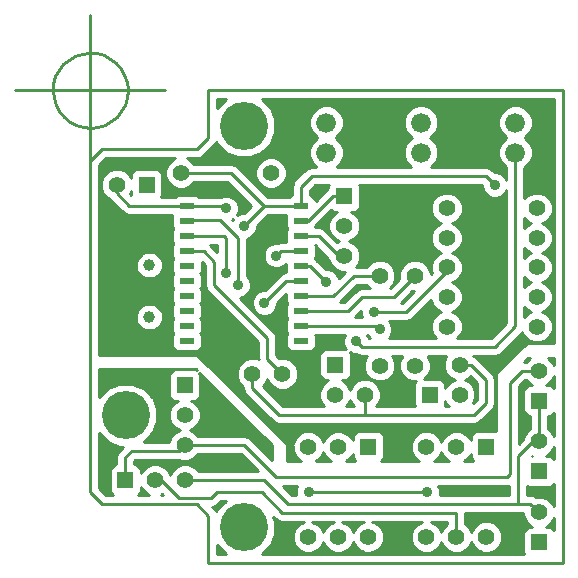
<source format=gbl>
G04 (created by PCBNEW-RS274X (2011-nov-30)-testing) date Sun 23 Sep 2012 15:57:18 CEST*
%MOIN*%
G04 Gerber Fmt 3.4, Leading zero omitted, Abs format*
%FSLAX34Y34*%
G01*
G70*
G90*
G04 APERTURE LIST*
%ADD10C,0.006*%
%ADD11C,0.01*%
%ADD12C,0.0394*%
%ADD13R,0.05X0.02*%
%ADD14R,0.055X0.055*%
%ADD15C,0.055*%
%ADD16C,0.066*%
%ADD17C,0.16*%
%ADD18C,0.035*%
G04 APERTURE END LIST*
G54D10*
G54D11*
X5974Y-4724D02*
X5950Y-4966D01*
X5879Y-5200D01*
X5765Y-5415D01*
X5610Y-5604D01*
X5422Y-5760D01*
X5208Y-5876D01*
X4975Y-5948D01*
X4732Y-5973D01*
X4490Y-5951D01*
X4256Y-5882D01*
X4040Y-5769D01*
X3850Y-5617D01*
X3693Y-5430D01*
X3576Y-5216D01*
X3502Y-4983D01*
X3475Y-4741D01*
X3495Y-4499D01*
X3562Y-4264D01*
X3674Y-4047D01*
X3825Y-3856D01*
X4011Y-3698D01*
X4224Y-3579D01*
X4456Y-3504D01*
X4698Y-3475D01*
X4941Y-3493D01*
X5176Y-3559D01*
X5393Y-3669D01*
X5586Y-3819D01*
X5745Y-4004D01*
X5865Y-4216D01*
X5942Y-4448D01*
X5973Y-4690D01*
X5974Y-4724D01*
X2224Y-4724D02*
X7224Y-4724D01*
X4724Y-2224D02*
X4724Y-7224D01*
X5974Y-4724D02*
X5950Y-4966D01*
X5879Y-5200D01*
X5765Y-5415D01*
X5610Y-5604D01*
X5422Y-5760D01*
X5208Y-5876D01*
X4975Y-5948D01*
X4732Y-5973D01*
X4490Y-5951D01*
X4256Y-5882D01*
X4040Y-5769D01*
X3850Y-5617D01*
X3693Y-5430D01*
X3576Y-5216D01*
X3502Y-4983D01*
X3475Y-4741D01*
X3495Y-4499D01*
X3562Y-4264D01*
X3674Y-4047D01*
X3825Y-3856D01*
X4011Y-3698D01*
X4224Y-3579D01*
X4456Y-3504D01*
X4698Y-3475D01*
X4941Y-3493D01*
X5176Y-3559D01*
X5393Y-3669D01*
X5586Y-3819D01*
X5745Y-4004D01*
X5865Y-4216D01*
X5942Y-4448D01*
X5973Y-4690D01*
X5974Y-4724D01*
X2224Y-4724D02*
X7224Y-4724D01*
X4724Y-2224D02*
X4724Y-7224D01*
X4724Y-18111D02*
X4724Y-7087D01*
X5118Y-18505D02*
X4724Y-18111D01*
X8268Y-18505D02*
X5118Y-18505D01*
X8661Y-18898D02*
X8268Y-18505D01*
X8661Y-20472D02*
X8661Y-18898D01*
X20472Y-20472D02*
X8661Y-20472D01*
X20472Y-4724D02*
X20472Y-20472D01*
X8661Y-4724D02*
X20472Y-4724D01*
X8661Y-6300D02*
X8661Y-4724D01*
X8268Y-6693D02*
X8661Y-6300D01*
X5118Y-6693D02*
X8268Y-6693D01*
X4724Y-7087D02*
X5118Y-6693D01*
G54D12*
X6693Y-10551D03*
X6693Y-12283D03*
G54D13*
X7943Y-13077D03*
X7943Y-12577D03*
X7943Y-12077D03*
X7943Y-11577D03*
X7943Y-11077D03*
X7943Y-10577D03*
X7943Y-10077D03*
X7943Y-9577D03*
X7943Y-9077D03*
X7943Y-8577D03*
X11743Y-8577D03*
X11743Y-9077D03*
X11743Y-9577D03*
X11743Y-10077D03*
X11743Y-10577D03*
X11743Y-11077D03*
X11743Y-11577D03*
X11743Y-12077D03*
X11743Y-12577D03*
X11743Y-13077D03*
G54D14*
X7874Y-14551D03*
G54D15*
X7874Y-15551D03*
X7874Y-16551D03*
G54D14*
X13189Y-8252D03*
G54D15*
X13189Y-9252D03*
X13189Y-10252D03*
G54D14*
X19685Y-15067D03*
G54D15*
X19685Y-14067D03*
G54D14*
X19685Y-17429D03*
G54D15*
X19685Y-16429D03*
G54D14*
X19685Y-19791D03*
G54D15*
X19685Y-18791D03*
X16610Y-8661D03*
X19610Y-8661D03*
X19610Y-12598D03*
X16610Y-12598D03*
X19610Y-11614D03*
X16610Y-11614D03*
X19610Y-10630D03*
X16610Y-10630D03*
X10752Y-7480D03*
X7752Y-7480D03*
X16610Y-9646D03*
X19610Y-9646D03*
X14370Y-13902D03*
X14370Y-10902D03*
X15551Y-13902D03*
X15551Y-10902D03*
G54D16*
X12598Y-5799D03*
X12598Y-6799D03*
X18898Y-5799D03*
X18898Y-6799D03*
X15748Y-5799D03*
X15748Y-6799D03*
G54D14*
X6602Y-7874D03*
G54D15*
X5602Y-7874D03*
X10130Y-14173D03*
X11130Y-14173D03*
G54D14*
X12886Y-13870D03*
G54D15*
X12886Y-14870D03*
X13886Y-14870D03*
G54D14*
X16035Y-14870D03*
G54D15*
X17035Y-14870D03*
X17035Y-13870D03*
G54D17*
X9843Y-19291D03*
X9843Y-5906D03*
X5906Y-15551D03*
G54D14*
X5890Y-17717D03*
G54D15*
X6890Y-17717D03*
X7890Y-17717D03*
G54D14*
X13992Y-16610D03*
G54D15*
X12992Y-16610D03*
X11992Y-16610D03*
X11992Y-19610D03*
X12992Y-19610D03*
X13992Y-19610D03*
G54D14*
X17929Y-16610D03*
G54D15*
X16929Y-16610D03*
X15929Y-16610D03*
X15929Y-19610D03*
X16929Y-19610D03*
X17929Y-19610D03*
G54D18*
X9645Y-11220D03*
X9252Y-10826D03*
X10925Y-10236D03*
X14173Y-12106D03*
X15945Y-18110D03*
X12008Y-18110D03*
X12598Y-11122D03*
X13582Y-13090D03*
X10531Y-11811D03*
X18208Y-7874D03*
X9842Y-9252D03*
X9252Y-8661D03*
X14370Y-12696D03*
G54D11*
X7965Y-9055D02*
X7943Y-9077D01*
X9055Y-9055D02*
X7965Y-9055D01*
X9645Y-9645D02*
X9055Y-9055D01*
X9645Y-11220D02*
X9645Y-9645D01*
X11985Y-9077D02*
X12810Y-8252D01*
X11743Y-9077D02*
X11985Y-9077D01*
X12810Y-8252D02*
X13189Y-8252D01*
X9184Y-9577D02*
X7943Y-9577D01*
X9252Y-9645D02*
X9184Y-9577D01*
X9252Y-10826D02*
X9252Y-9645D01*
X13189Y-10252D02*
X13008Y-10252D01*
X12333Y-9577D02*
X11743Y-9577D01*
X13008Y-10252D02*
X12333Y-9577D01*
X8858Y-10433D02*
X8858Y-11220D01*
X8858Y-11220D02*
X10630Y-12992D01*
X7943Y-10077D02*
X8502Y-10077D01*
X10630Y-13673D02*
X11130Y-14173D01*
X8502Y-10077D02*
X8858Y-10433D01*
X10630Y-12992D02*
X10630Y-13673D01*
X15157Y-12106D02*
X15255Y-12106D01*
X11084Y-10077D02*
X10925Y-10236D01*
X11743Y-10077D02*
X11084Y-10077D01*
X16610Y-10751D02*
X16610Y-10630D01*
X14173Y-12106D02*
X15157Y-12106D01*
X15255Y-12106D02*
X16610Y-10751D01*
X12008Y-18110D02*
X15945Y-18110D01*
X13316Y-12077D02*
X13779Y-11614D01*
X14839Y-11614D02*
X15551Y-10902D01*
X13779Y-11614D02*
X14839Y-11614D01*
X11743Y-12077D02*
X13316Y-12077D01*
X12053Y-10577D02*
X12598Y-11122D01*
X11743Y-10577D02*
X12053Y-10577D01*
X11743Y-11077D02*
X11265Y-11077D01*
X13779Y-13287D02*
X18208Y-13287D01*
X11265Y-11077D02*
X10531Y-11811D01*
X13582Y-13090D02*
X13779Y-13287D01*
X18208Y-13287D02*
X18898Y-12597D01*
X18898Y-12597D02*
X18898Y-6799D01*
X18701Y-14468D02*
X19102Y-14067D01*
X5890Y-16945D02*
X6103Y-16732D01*
X6103Y-16732D02*
X7693Y-16732D01*
X5890Y-17717D02*
X5890Y-16945D01*
X7693Y-16732D02*
X7874Y-16551D01*
X9858Y-16551D02*
X10925Y-17618D01*
X10925Y-17618D02*
X18602Y-17618D01*
X18602Y-17618D02*
X18701Y-17519D01*
X18701Y-17519D02*
X18701Y-14468D01*
X19102Y-14067D02*
X19685Y-14067D01*
X7874Y-16551D02*
X9858Y-16551D01*
X7677Y-18307D02*
X8760Y-18307D01*
X10433Y-18110D02*
X11122Y-18799D01*
X8760Y-18307D02*
X8957Y-18110D01*
X11122Y-18799D02*
X16929Y-18799D01*
X16929Y-18799D02*
X16929Y-19610D01*
X6890Y-17717D02*
X7087Y-17717D01*
X8957Y-18110D02*
X10433Y-18110D01*
X7087Y-17717D02*
X7677Y-18307D01*
X11743Y-11577D02*
X12831Y-11577D01*
X12831Y-11577D02*
X13506Y-10902D01*
X13506Y-10902D02*
X14370Y-10902D01*
X19685Y-16429D02*
X19496Y-16429D01*
X18996Y-16929D02*
X18996Y-18504D01*
X19496Y-16429D02*
X18996Y-16929D01*
X19685Y-16429D02*
X19685Y-15067D01*
X19398Y-18504D02*
X19685Y-18791D01*
X11318Y-18504D02*
X18996Y-18504D01*
X10531Y-17717D02*
X11318Y-18504D01*
X7890Y-17717D02*
X10531Y-17717D01*
X18996Y-18504D02*
X19398Y-18504D01*
X11743Y-7941D02*
X11743Y-8577D01*
X17912Y-7578D02*
X12106Y-7578D01*
X18208Y-7874D02*
X17912Y-7578D01*
X9842Y-9252D02*
X10517Y-8577D01*
X9420Y-7480D02*
X10517Y-8577D01*
X7752Y-7480D02*
X9420Y-7480D01*
X12106Y-7578D02*
X11743Y-7941D01*
X10517Y-8577D02*
X11743Y-8577D01*
X17913Y-15157D02*
X17913Y-14370D01*
X13886Y-15551D02*
X17519Y-15551D01*
X17913Y-14370D02*
X17413Y-13870D01*
X10130Y-14658D02*
X11023Y-15551D01*
X11023Y-15551D02*
X13886Y-15551D01*
X17519Y-15551D02*
X17913Y-15157D01*
X5602Y-7874D02*
X5602Y-8161D01*
X13886Y-14870D02*
X13886Y-15551D01*
X9168Y-8577D02*
X7943Y-8577D01*
X6018Y-8577D02*
X7943Y-8577D01*
X5602Y-8161D02*
X6018Y-8577D01*
X10130Y-14173D02*
X10130Y-14658D01*
X9252Y-8661D02*
X9168Y-8577D01*
X17413Y-13870D02*
X17035Y-13870D01*
X14251Y-12577D02*
X14370Y-12696D01*
X11743Y-12577D02*
X14251Y-12577D01*
G54D10*
G36*
X5810Y-16601D02*
X5678Y-16733D01*
X5613Y-16830D01*
X5590Y-16945D01*
X5590Y-17193D01*
X5566Y-17193D01*
X5474Y-17231D01*
X5404Y-17301D01*
X5366Y-17392D01*
X5366Y-17491D01*
X5366Y-18041D01*
X5404Y-18133D01*
X5474Y-18203D01*
X5478Y-18205D01*
X5242Y-18205D01*
X5024Y-17987D01*
X5024Y-16153D01*
X5311Y-16441D01*
X5317Y-16443D01*
X5318Y-16444D01*
X5328Y-16448D01*
X5696Y-16601D01*
X5704Y-16601D01*
X5810Y-16601D01*
X5810Y-16601D01*
G37*
G54D11*
X5810Y-16601D02*
X5678Y-16733D01*
X5613Y-16830D01*
X5590Y-16945D01*
X5590Y-17193D01*
X5566Y-17193D01*
X5474Y-17231D01*
X5404Y-17301D01*
X5366Y-17392D01*
X5366Y-17491D01*
X5366Y-18041D01*
X5404Y-18133D01*
X5474Y-18203D01*
X5478Y-18205D01*
X5242Y-18205D01*
X5024Y-17987D01*
X5024Y-16153D01*
X5311Y-16441D01*
X5317Y-16443D01*
X5318Y-16444D01*
X5328Y-16448D01*
X5696Y-16601D01*
X5704Y-16601D01*
X5810Y-16601D01*
G54D10*
G36*
X6695Y-18205D02*
X6301Y-18205D01*
X6306Y-18203D01*
X6376Y-18133D01*
X6414Y-18042D01*
X6414Y-17943D01*
X6414Y-17939D01*
X6445Y-18014D01*
X6592Y-18162D01*
X6695Y-18205D01*
X6695Y-18205D01*
G37*
G54D11*
X6695Y-18205D02*
X6301Y-18205D01*
X6306Y-18203D01*
X6376Y-18133D01*
X6414Y-18042D01*
X6414Y-17943D01*
X6414Y-17939D01*
X6445Y-18014D01*
X6592Y-18162D01*
X6695Y-18205D01*
G54D10*
G36*
X7151Y-18205D02*
X7083Y-18205D01*
X7131Y-18185D01*
X7151Y-18205D01*
X7151Y-18205D01*
G37*
G54D11*
X7151Y-18205D02*
X7083Y-18205D01*
X7131Y-18185D01*
X7151Y-18205D01*
G54D10*
G36*
X8283Y-14062D02*
X8199Y-14027D01*
X8100Y-14027D01*
X7550Y-14027D01*
X7458Y-14065D01*
X7388Y-14135D01*
X7350Y-14226D01*
X7350Y-14325D01*
X7350Y-14875D01*
X7388Y-14967D01*
X7458Y-15037D01*
X7549Y-15075D01*
X7648Y-15075D01*
X7577Y-15106D01*
X7429Y-15253D01*
X7349Y-15446D01*
X7349Y-15655D01*
X7429Y-15848D01*
X7576Y-15996D01*
X7709Y-16051D01*
X7577Y-16106D01*
X7429Y-16253D01*
X7354Y-16432D01*
X6509Y-16432D01*
X6796Y-16146D01*
X6798Y-16139D01*
X6799Y-16139D01*
X6803Y-16128D01*
X6956Y-15761D01*
X6956Y-15753D01*
X6956Y-15343D01*
X6953Y-15335D01*
X6799Y-14963D01*
X6798Y-14962D01*
X6796Y-14957D01*
X6501Y-14661D01*
X6494Y-14658D01*
X6483Y-14653D01*
X6116Y-14501D01*
X6108Y-14501D01*
X5698Y-14501D01*
X5690Y-14503D01*
X5690Y-14504D01*
X5318Y-14658D01*
X5317Y-14658D01*
X5312Y-14661D01*
X5024Y-14948D01*
X5024Y-14026D01*
X8247Y-14026D01*
X8283Y-14062D01*
X8283Y-14062D01*
G37*
G54D11*
X8283Y-14062D02*
X8199Y-14027D01*
X8100Y-14027D01*
X7550Y-14027D01*
X7458Y-14065D01*
X7388Y-14135D01*
X7350Y-14226D01*
X7350Y-14325D01*
X7350Y-14875D01*
X7388Y-14967D01*
X7458Y-15037D01*
X7549Y-15075D01*
X7648Y-15075D01*
X7577Y-15106D01*
X7429Y-15253D01*
X7349Y-15446D01*
X7349Y-15655D01*
X7429Y-15848D01*
X7576Y-15996D01*
X7709Y-16051D01*
X7577Y-16106D01*
X7429Y-16253D01*
X7354Y-16432D01*
X6509Y-16432D01*
X6796Y-16146D01*
X6798Y-16139D01*
X6799Y-16139D01*
X6803Y-16128D01*
X6956Y-15761D01*
X6956Y-15753D01*
X6956Y-15343D01*
X6953Y-15335D01*
X6799Y-14963D01*
X6798Y-14962D01*
X6796Y-14957D01*
X6501Y-14661D01*
X6494Y-14658D01*
X6483Y-14653D01*
X6116Y-14501D01*
X6108Y-14501D01*
X5698Y-14501D01*
X5690Y-14503D01*
X5690Y-14504D01*
X5318Y-14658D01*
X5317Y-14658D01*
X5312Y-14661D01*
X5024Y-14948D01*
X5024Y-14026D01*
X8247Y-14026D01*
X8283Y-14062D01*
G54D10*
G36*
X9239Y-18410D02*
X8953Y-18696D01*
X8950Y-18702D01*
X8950Y-18703D01*
X8945Y-18713D01*
X8925Y-18763D01*
X8924Y-18763D01*
X8873Y-18686D01*
X8873Y-18685D01*
X8788Y-18601D01*
X8875Y-18584D01*
X8972Y-18519D01*
X9081Y-18410D01*
X9239Y-18410D01*
X9239Y-18410D01*
G37*
G54D11*
X9239Y-18410D02*
X8953Y-18696D01*
X8950Y-18702D01*
X8950Y-18703D01*
X8945Y-18713D01*
X8925Y-18763D01*
X8924Y-18763D01*
X8873Y-18686D01*
X8873Y-18685D01*
X8788Y-18601D01*
X8875Y-18584D01*
X8972Y-18519D01*
X9081Y-18410D01*
X9239Y-18410D01*
G54D10*
G36*
X9239Y-20172D02*
X8961Y-20172D01*
X8961Y-19893D01*
X9239Y-20172D01*
X9239Y-20172D01*
G37*
G54D11*
X9239Y-20172D02*
X8961Y-20172D01*
X8961Y-19893D01*
X9239Y-20172D01*
G54D10*
G36*
X10300Y-17417D02*
X8332Y-17417D01*
X8188Y-17272D01*
X7995Y-17192D01*
X7786Y-17192D01*
X7593Y-17272D01*
X7445Y-17419D01*
X7389Y-17552D01*
X7335Y-17420D01*
X7188Y-17272D01*
X6995Y-17192D01*
X6786Y-17192D01*
X6593Y-17272D01*
X6445Y-17419D01*
X6414Y-17493D01*
X6414Y-17393D01*
X6376Y-17301D01*
X6306Y-17231D01*
X6215Y-17193D01*
X6190Y-17193D01*
X6190Y-17069D01*
X6227Y-17032D01*
X7662Y-17032D01*
X7769Y-17076D01*
X7978Y-17076D01*
X8171Y-16996D01*
X8316Y-16851D01*
X9734Y-16851D01*
X10300Y-17417D01*
X10300Y-17417D01*
G37*
G54D11*
X10300Y-17417D02*
X8332Y-17417D01*
X8188Y-17272D01*
X7995Y-17192D01*
X7786Y-17192D01*
X7593Y-17272D01*
X7445Y-17419D01*
X7389Y-17552D01*
X7335Y-17420D01*
X7188Y-17272D01*
X6995Y-17192D01*
X6786Y-17192D01*
X6593Y-17272D01*
X6445Y-17419D01*
X6414Y-17493D01*
X6414Y-17393D01*
X6376Y-17301D01*
X6306Y-17231D01*
X6215Y-17193D01*
X6190Y-17193D01*
X6190Y-17069D01*
X6227Y-17032D01*
X7662Y-17032D01*
X7769Y-17076D01*
X7978Y-17076D01*
X8171Y-16996D01*
X8316Y-16851D01*
X9734Y-16851D01*
X10300Y-17417D01*
G54D10*
G36*
X10777Y-17046D02*
X10070Y-16339D01*
X9973Y-16274D01*
X9858Y-16251D01*
X8316Y-16251D01*
X8172Y-16106D01*
X8038Y-16050D01*
X8171Y-15996D01*
X8319Y-15849D01*
X8399Y-15656D01*
X8399Y-15447D01*
X8319Y-15254D01*
X8172Y-15106D01*
X8097Y-15075D01*
X8198Y-15075D01*
X8290Y-15037D01*
X8360Y-14967D01*
X8398Y-14876D01*
X8398Y-14777D01*
X8398Y-14227D01*
X8362Y-14141D01*
X10777Y-16556D01*
X10777Y-17046D01*
X10777Y-17046D01*
G37*
G54D11*
X10777Y-17046D02*
X10070Y-16339D01*
X9973Y-16274D01*
X9858Y-16251D01*
X8316Y-16251D01*
X8172Y-16106D01*
X8038Y-16050D01*
X8171Y-15996D01*
X8319Y-15849D01*
X8399Y-15656D01*
X8399Y-15447D01*
X8319Y-15254D01*
X8172Y-15106D01*
X8097Y-15075D01*
X8198Y-15075D01*
X8290Y-15037D01*
X8360Y-14967D01*
X8398Y-14876D01*
X8398Y-14777D01*
X8398Y-14227D01*
X8362Y-14141D01*
X10777Y-16556D01*
X10777Y-17046D01*
G54D10*
G36*
X11627Y-17918D02*
X11583Y-18025D01*
X11583Y-18194D01*
X11587Y-18204D01*
X11442Y-18204D01*
X11156Y-17918D01*
X11627Y-17918D01*
X11627Y-17918D01*
G37*
G54D11*
X11627Y-17918D02*
X11583Y-18025D01*
X11583Y-18194D01*
X11587Y-18204D01*
X11442Y-18204D01*
X11156Y-17918D01*
X11627Y-17918D01*
G54D10*
G36*
X12854Y-19099D02*
X12695Y-19165D01*
X12547Y-19312D01*
X12491Y-19445D01*
X12437Y-19313D01*
X12290Y-19165D01*
X12130Y-19099D01*
X12854Y-19099D01*
X12854Y-19099D01*
G37*
G54D11*
X12854Y-19099D02*
X12695Y-19165D01*
X12547Y-19312D01*
X12491Y-19445D01*
X12437Y-19313D01*
X12290Y-19165D01*
X12130Y-19099D01*
X12854Y-19099D01*
G54D10*
G36*
X13843Y-19099D02*
X13720Y-19150D01*
X13718Y-19155D01*
X13695Y-19165D01*
X13547Y-19312D01*
X13536Y-19336D01*
X13532Y-19338D01*
X13505Y-19411D01*
X13491Y-19445D01*
X13437Y-19313D01*
X13290Y-19165D01*
X13130Y-19099D01*
X13843Y-19099D01*
X13843Y-19099D01*
G37*
G54D11*
X13843Y-19099D02*
X13720Y-19150D01*
X13718Y-19155D01*
X13695Y-19165D01*
X13547Y-19312D01*
X13536Y-19336D01*
X13532Y-19338D01*
X13505Y-19411D01*
X13491Y-19445D01*
X13437Y-19313D01*
X13290Y-19165D01*
X13130Y-19099D01*
X13843Y-19099D01*
G54D10*
G36*
X16629Y-19167D02*
X16484Y-19312D01*
X16428Y-19445D01*
X16374Y-19313D01*
X16227Y-19165D01*
X16067Y-19099D01*
X16629Y-19099D01*
X16629Y-19167D01*
X16629Y-19167D01*
G37*
G54D11*
X16629Y-19167D02*
X16484Y-19312D01*
X16428Y-19445D01*
X16374Y-19313D01*
X16227Y-19165D01*
X16067Y-19099D01*
X16629Y-19099D01*
X16629Y-19167D01*
G54D10*
G36*
X18696Y-18204D02*
X16366Y-18204D01*
X16370Y-18195D01*
X16370Y-18026D01*
X16325Y-17918D01*
X18602Y-17918D01*
X18696Y-17899D01*
X18696Y-18204D01*
X18696Y-18204D01*
G37*
G54D11*
X18696Y-18204D02*
X16366Y-18204D01*
X16370Y-18195D01*
X16370Y-18026D01*
X16325Y-17918D01*
X18602Y-17918D01*
X18696Y-17899D01*
X18696Y-18204D01*
G54D10*
G36*
X19376Y-13633D02*
X19242Y-13767D01*
X19178Y-13767D01*
X19312Y-13633D01*
X19376Y-13633D01*
X19376Y-13633D01*
G37*
G54D11*
X19376Y-13633D02*
X19242Y-13767D01*
X19178Y-13767D01*
X19312Y-13633D01*
X19376Y-13633D01*
G54D10*
G36*
X19461Y-14543D02*
X19361Y-14543D01*
X19269Y-14581D01*
X19199Y-14651D01*
X19161Y-14742D01*
X19161Y-14841D01*
X19161Y-15391D01*
X19199Y-15483D01*
X19269Y-15553D01*
X19360Y-15591D01*
X19385Y-15591D01*
X19385Y-15986D01*
X19240Y-16131D01*
X19160Y-16324D01*
X19160Y-16341D01*
X19001Y-16500D01*
X19001Y-14592D01*
X19226Y-14367D01*
X19242Y-14367D01*
X19387Y-14512D01*
X19461Y-14543D01*
X19461Y-14543D01*
G37*
G54D11*
X19461Y-14543D02*
X19361Y-14543D01*
X19269Y-14581D01*
X19199Y-14651D01*
X19161Y-14742D01*
X19161Y-14841D01*
X19161Y-15391D01*
X19199Y-15483D01*
X19269Y-15553D01*
X19360Y-15591D01*
X19385Y-15591D01*
X19385Y-15986D01*
X19240Y-16131D01*
X19160Y-16324D01*
X19160Y-16341D01*
X19001Y-16500D01*
X19001Y-14592D01*
X19226Y-14367D01*
X19242Y-14367D01*
X19387Y-14512D01*
X19461Y-14543D01*
G54D10*
G36*
X19461Y-16905D02*
X19444Y-16905D01*
X19449Y-16899D01*
X19461Y-16905D01*
X19461Y-16905D01*
G37*
G54D11*
X19461Y-16905D02*
X19444Y-16905D01*
X19449Y-16899D01*
X19461Y-16905D01*
G54D10*
G36*
X19461Y-19267D02*
X19361Y-19267D01*
X19269Y-19305D01*
X19199Y-19375D01*
X19161Y-19466D01*
X19161Y-19565D01*
X19161Y-20115D01*
X19184Y-20172D01*
X10446Y-20172D01*
X10733Y-19886D01*
X10735Y-19879D01*
X10736Y-19879D01*
X10740Y-19868D01*
X10893Y-19501D01*
X10893Y-19493D01*
X10893Y-19083D01*
X10890Y-19075D01*
X10830Y-18931D01*
X10910Y-19011D01*
X11007Y-19076D01*
X11122Y-19099D01*
X11854Y-19099D01*
X11695Y-19165D01*
X11547Y-19312D01*
X11467Y-19505D01*
X11467Y-19714D01*
X11547Y-19907D01*
X11694Y-20055D01*
X11887Y-20135D01*
X12096Y-20135D01*
X12289Y-20055D01*
X12437Y-19908D01*
X12492Y-19774D01*
X12547Y-19907D01*
X12694Y-20055D01*
X12887Y-20135D01*
X13096Y-20135D01*
X13289Y-20055D01*
X13437Y-19908D01*
X13489Y-19780D01*
X13532Y-19882D01*
X13537Y-19883D01*
X13547Y-19907D01*
X13694Y-20055D01*
X13718Y-20065D01*
X13720Y-20070D01*
X13793Y-20096D01*
X13887Y-20135D01*
X13902Y-20135D01*
X13916Y-20140D01*
X14002Y-20135D01*
X14096Y-20135D01*
X14111Y-20128D01*
X14124Y-20128D01*
X14264Y-20070D01*
X14265Y-20064D01*
X14289Y-20055D01*
X14437Y-19908D01*
X14447Y-19883D01*
X14452Y-19882D01*
X14478Y-19808D01*
X14517Y-19715D01*
X14517Y-19700D01*
X14522Y-19686D01*
X14517Y-19599D01*
X14517Y-19506D01*
X14510Y-19490D01*
X14510Y-19478D01*
X14452Y-19338D01*
X14446Y-19336D01*
X14437Y-19313D01*
X14290Y-19165D01*
X14265Y-19154D01*
X14264Y-19150D01*
X14190Y-19123D01*
X14130Y-19099D01*
X15791Y-19099D01*
X15632Y-19165D01*
X15484Y-19312D01*
X15404Y-19505D01*
X15404Y-19714D01*
X15484Y-19907D01*
X15631Y-20055D01*
X15824Y-20135D01*
X16033Y-20135D01*
X16226Y-20055D01*
X16374Y-19908D01*
X16429Y-19774D01*
X16484Y-19907D01*
X16631Y-20055D01*
X16824Y-20135D01*
X17033Y-20135D01*
X17226Y-20055D01*
X17374Y-19908D01*
X17426Y-19780D01*
X17469Y-19882D01*
X17474Y-19883D01*
X17484Y-19907D01*
X17631Y-20055D01*
X17655Y-20065D01*
X17657Y-20070D01*
X17730Y-20096D01*
X17824Y-20135D01*
X17839Y-20135D01*
X17853Y-20140D01*
X17939Y-20135D01*
X18033Y-20135D01*
X18048Y-20128D01*
X18061Y-20128D01*
X18201Y-20070D01*
X18202Y-20064D01*
X18226Y-20055D01*
X18374Y-19908D01*
X18384Y-19883D01*
X18389Y-19882D01*
X18415Y-19808D01*
X18454Y-19715D01*
X18454Y-19700D01*
X18459Y-19686D01*
X18454Y-19599D01*
X18454Y-19506D01*
X18447Y-19490D01*
X18447Y-19478D01*
X18389Y-19338D01*
X18383Y-19336D01*
X18374Y-19313D01*
X18227Y-19165D01*
X18202Y-19154D01*
X18201Y-19150D01*
X18127Y-19123D01*
X18034Y-19085D01*
X18019Y-19085D01*
X18005Y-19080D01*
X17918Y-19085D01*
X17825Y-19085D01*
X17809Y-19091D01*
X17797Y-19092D01*
X17657Y-19150D01*
X17655Y-19155D01*
X17632Y-19165D01*
X17484Y-19312D01*
X17473Y-19336D01*
X17469Y-19338D01*
X17442Y-19411D01*
X17428Y-19445D01*
X17374Y-19313D01*
X17229Y-19167D01*
X17229Y-18804D01*
X18996Y-18804D01*
X19160Y-18804D01*
X19160Y-18895D01*
X19240Y-19088D01*
X19387Y-19236D01*
X19461Y-19267D01*
X19461Y-19267D01*
G37*
G54D11*
X19461Y-19267D02*
X19361Y-19267D01*
X19269Y-19305D01*
X19199Y-19375D01*
X19161Y-19466D01*
X19161Y-19565D01*
X19161Y-20115D01*
X19184Y-20172D01*
X10446Y-20172D01*
X10733Y-19886D01*
X10735Y-19879D01*
X10736Y-19879D01*
X10740Y-19868D01*
X10893Y-19501D01*
X10893Y-19493D01*
X10893Y-19083D01*
X10890Y-19075D01*
X10830Y-18931D01*
X10910Y-19011D01*
X11007Y-19076D01*
X11122Y-19099D01*
X11854Y-19099D01*
X11695Y-19165D01*
X11547Y-19312D01*
X11467Y-19505D01*
X11467Y-19714D01*
X11547Y-19907D01*
X11694Y-20055D01*
X11887Y-20135D01*
X12096Y-20135D01*
X12289Y-20055D01*
X12437Y-19908D01*
X12492Y-19774D01*
X12547Y-19907D01*
X12694Y-20055D01*
X12887Y-20135D01*
X13096Y-20135D01*
X13289Y-20055D01*
X13437Y-19908D01*
X13489Y-19780D01*
X13532Y-19882D01*
X13537Y-19883D01*
X13547Y-19907D01*
X13694Y-20055D01*
X13718Y-20065D01*
X13720Y-20070D01*
X13793Y-20096D01*
X13887Y-20135D01*
X13902Y-20135D01*
X13916Y-20140D01*
X14002Y-20135D01*
X14096Y-20135D01*
X14111Y-20128D01*
X14124Y-20128D01*
X14264Y-20070D01*
X14265Y-20064D01*
X14289Y-20055D01*
X14437Y-19908D01*
X14447Y-19883D01*
X14452Y-19882D01*
X14478Y-19808D01*
X14517Y-19715D01*
X14517Y-19700D01*
X14522Y-19686D01*
X14517Y-19599D01*
X14517Y-19506D01*
X14510Y-19490D01*
X14510Y-19478D01*
X14452Y-19338D01*
X14446Y-19336D01*
X14437Y-19313D01*
X14290Y-19165D01*
X14265Y-19154D01*
X14264Y-19150D01*
X14190Y-19123D01*
X14130Y-19099D01*
X15791Y-19099D01*
X15632Y-19165D01*
X15484Y-19312D01*
X15404Y-19505D01*
X15404Y-19714D01*
X15484Y-19907D01*
X15631Y-20055D01*
X15824Y-20135D01*
X16033Y-20135D01*
X16226Y-20055D01*
X16374Y-19908D01*
X16429Y-19774D01*
X16484Y-19907D01*
X16631Y-20055D01*
X16824Y-20135D01*
X17033Y-20135D01*
X17226Y-20055D01*
X17374Y-19908D01*
X17426Y-19780D01*
X17469Y-19882D01*
X17474Y-19883D01*
X17484Y-19907D01*
X17631Y-20055D01*
X17655Y-20065D01*
X17657Y-20070D01*
X17730Y-20096D01*
X17824Y-20135D01*
X17839Y-20135D01*
X17853Y-20140D01*
X17939Y-20135D01*
X18033Y-20135D01*
X18048Y-20128D01*
X18061Y-20128D01*
X18201Y-20070D01*
X18202Y-20064D01*
X18226Y-20055D01*
X18374Y-19908D01*
X18384Y-19883D01*
X18389Y-19882D01*
X18415Y-19808D01*
X18454Y-19715D01*
X18454Y-19700D01*
X18459Y-19686D01*
X18454Y-19599D01*
X18454Y-19506D01*
X18447Y-19490D01*
X18447Y-19478D01*
X18389Y-19338D01*
X18383Y-19336D01*
X18374Y-19313D01*
X18227Y-19165D01*
X18202Y-19154D01*
X18201Y-19150D01*
X18127Y-19123D01*
X18034Y-19085D01*
X18019Y-19085D01*
X18005Y-19080D01*
X17918Y-19085D01*
X17825Y-19085D01*
X17809Y-19091D01*
X17797Y-19092D01*
X17657Y-19150D01*
X17655Y-19155D01*
X17632Y-19165D01*
X17484Y-19312D01*
X17473Y-19336D01*
X17469Y-19338D01*
X17442Y-19411D01*
X17428Y-19445D01*
X17374Y-19313D01*
X17229Y-19167D01*
X17229Y-18804D01*
X18996Y-18804D01*
X19160Y-18804D01*
X19160Y-18895D01*
X19240Y-19088D01*
X19387Y-19236D01*
X19461Y-19267D01*
G54D10*
G36*
X20172Y-13871D02*
X20130Y-13770D01*
X19993Y-13633D01*
X20172Y-13633D01*
X20172Y-13871D01*
X20172Y-13871D01*
G37*
G54D11*
X20172Y-13871D02*
X20130Y-13770D01*
X19993Y-13633D01*
X20172Y-13633D01*
X20172Y-13871D01*
G54D10*
G36*
X20172Y-14653D02*
X20171Y-14651D01*
X20101Y-14581D01*
X20010Y-14543D01*
X19911Y-14543D01*
X19907Y-14543D01*
X19982Y-14512D01*
X20130Y-14365D01*
X20172Y-14263D01*
X20172Y-14653D01*
X20172Y-14653D01*
G37*
G54D11*
X20172Y-14653D02*
X20171Y-14651D01*
X20101Y-14581D01*
X20010Y-14543D01*
X19911Y-14543D01*
X19907Y-14543D01*
X19982Y-14512D01*
X20130Y-14365D01*
X20172Y-14263D01*
X20172Y-14653D01*
G54D10*
G36*
X20172Y-16233D02*
X20130Y-16132D01*
X19985Y-15986D01*
X19985Y-15591D01*
X20009Y-15591D01*
X20101Y-15553D01*
X20171Y-15483D01*
X20172Y-15480D01*
X20172Y-16233D01*
X20172Y-16233D01*
G37*
G54D11*
X20172Y-16233D02*
X20130Y-16132D01*
X19985Y-15986D01*
X19985Y-15591D01*
X20009Y-15591D01*
X20101Y-15553D01*
X20171Y-15483D01*
X20172Y-15480D01*
X20172Y-16233D01*
G54D10*
G36*
X20172Y-17015D02*
X20171Y-17013D01*
X20101Y-16943D01*
X20010Y-16905D01*
X19911Y-16905D01*
X19907Y-16905D01*
X19982Y-16874D01*
X20130Y-16727D01*
X20172Y-16625D01*
X20172Y-17015D01*
X20172Y-17015D01*
G37*
G54D11*
X20172Y-17015D02*
X20171Y-17013D01*
X20101Y-16943D01*
X20010Y-16905D01*
X19911Y-16905D01*
X19907Y-16905D01*
X19982Y-16874D01*
X20130Y-16727D01*
X20172Y-16625D01*
X20172Y-17015D01*
G54D10*
G36*
X20172Y-18595D02*
X20130Y-18494D01*
X19983Y-18346D01*
X19790Y-18266D01*
X19581Y-18266D01*
X19574Y-18268D01*
X19513Y-18227D01*
X19398Y-18204D01*
X19296Y-18204D01*
X19296Y-17926D01*
X19360Y-17953D01*
X19459Y-17953D01*
X20009Y-17953D01*
X20101Y-17915D01*
X20171Y-17845D01*
X20172Y-17842D01*
X20172Y-18595D01*
X20172Y-18595D01*
G37*
G54D11*
X20172Y-18595D02*
X20130Y-18494D01*
X19983Y-18346D01*
X19790Y-18266D01*
X19581Y-18266D01*
X19574Y-18268D01*
X19513Y-18227D01*
X19398Y-18204D01*
X19296Y-18204D01*
X19296Y-17926D01*
X19360Y-17953D01*
X19459Y-17953D01*
X20009Y-17953D01*
X20101Y-17915D01*
X20171Y-17845D01*
X20172Y-17842D01*
X20172Y-18595D01*
G54D10*
G36*
X20172Y-19377D02*
X20171Y-19375D01*
X20101Y-19305D01*
X20010Y-19267D01*
X19911Y-19267D01*
X19907Y-19267D01*
X19982Y-19236D01*
X20130Y-19089D01*
X20172Y-18987D01*
X20172Y-19377D01*
X20172Y-19377D01*
G37*
G54D11*
X20172Y-19377D02*
X20171Y-19375D01*
X20101Y-19305D01*
X20010Y-19267D01*
X19911Y-19267D01*
X19907Y-19267D01*
X19982Y-19236D01*
X20130Y-19089D01*
X20172Y-18987D01*
X20172Y-19377D01*
G54D10*
G36*
X6088Y-8223D02*
X6041Y-8176D01*
X6047Y-8172D01*
X6078Y-8097D01*
X6078Y-8198D01*
X6088Y-8223D01*
X6088Y-8223D01*
G37*
G54D11*
X6088Y-8223D02*
X6041Y-8176D01*
X6047Y-8172D01*
X6078Y-8097D01*
X6078Y-8198D01*
X6088Y-8223D01*
G54D10*
G36*
X8952Y-10103D02*
X8726Y-9877D01*
X8952Y-9877D01*
X8952Y-10103D01*
X8952Y-10103D01*
G37*
G54D11*
X8952Y-10103D02*
X8726Y-9877D01*
X8952Y-9877D01*
X8952Y-10103D01*
G54D10*
G36*
X9240Y-5024D02*
X8961Y-5303D01*
X8961Y-5024D01*
X9240Y-5024D01*
X9240Y-5024D01*
G37*
G54D11*
X9240Y-5024D02*
X8961Y-5303D01*
X8961Y-5024D01*
X9240Y-5024D01*
G54D10*
G36*
X9474Y-9029D02*
X9468Y-9044D01*
X9459Y-9035D01*
X9474Y-9029D01*
X9474Y-9029D01*
G37*
G54D11*
X9474Y-9029D02*
X9468Y-9044D01*
X9459Y-9035D01*
X9474Y-9029D01*
G54D10*
G36*
X12685Y-7878D02*
X12665Y-7927D01*
X12665Y-7994D01*
X12597Y-8040D01*
X12232Y-8404D01*
X12204Y-8336D01*
X12134Y-8266D01*
X12043Y-8228D01*
X12043Y-8065D01*
X12230Y-7878D01*
X12685Y-7878D01*
X12685Y-7878D01*
G37*
G54D11*
X12685Y-7878D02*
X12665Y-7927D01*
X12665Y-7994D01*
X12597Y-8040D01*
X12232Y-8404D01*
X12204Y-8336D01*
X12134Y-8266D01*
X12043Y-8228D01*
X12043Y-8065D01*
X12230Y-7878D01*
X12685Y-7878D01*
G54D10*
G36*
X12744Y-17076D02*
X12249Y-17076D01*
X12264Y-17070D01*
X12265Y-17064D01*
X12289Y-17055D01*
X12437Y-16908D01*
X12447Y-16883D01*
X12452Y-16882D01*
X12478Y-16808D01*
X12492Y-16774D01*
X12547Y-16907D01*
X12694Y-17055D01*
X12744Y-17076D01*
X12744Y-17076D01*
G37*
G54D11*
X12744Y-17076D02*
X12249Y-17076D01*
X12264Y-17070D01*
X12265Y-17064D01*
X12289Y-17055D01*
X12437Y-16908D01*
X12447Y-16883D01*
X12452Y-16882D01*
X12478Y-16808D01*
X12492Y-16774D01*
X12547Y-16907D01*
X12694Y-17055D01*
X12744Y-17076D01*
G54D10*
G36*
X13024Y-9752D02*
X12959Y-9778D01*
X12545Y-9365D01*
X12448Y-9300D01*
X12333Y-9277D01*
X12221Y-9277D01*
X12229Y-9256D01*
X12760Y-8725D01*
X12773Y-8738D01*
X12864Y-8776D01*
X12963Y-8776D01*
X12892Y-8807D01*
X12744Y-8954D01*
X12664Y-9147D01*
X12664Y-9356D01*
X12744Y-9549D01*
X12891Y-9697D01*
X13024Y-9752D01*
X13024Y-9752D01*
G37*
G54D11*
X13024Y-9752D02*
X12959Y-9778D01*
X12545Y-9365D01*
X12448Y-9300D01*
X12333Y-9277D01*
X12221Y-9277D01*
X12229Y-9256D01*
X12760Y-8725D01*
X12773Y-8738D01*
X12864Y-8776D01*
X12963Y-8776D01*
X12892Y-8807D01*
X12744Y-8954D01*
X12664Y-9147D01*
X12664Y-9356D01*
X12744Y-9549D01*
X12891Y-9697D01*
X13024Y-9752D01*
G54D10*
G36*
X13206Y-10777D02*
X13000Y-10982D01*
X12959Y-10882D01*
X12839Y-10762D01*
X12683Y-10697D01*
X12597Y-10697D01*
X12265Y-10365D01*
X12200Y-10321D01*
X12204Y-10318D01*
X12242Y-10227D01*
X12242Y-10128D01*
X12242Y-9928D01*
X12229Y-9897D01*
X12664Y-10332D01*
X12664Y-10356D01*
X12744Y-10549D01*
X12891Y-10697D01*
X13084Y-10777D01*
X13206Y-10777D01*
X13206Y-10777D01*
G37*
G54D11*
X13206Y-10777D02*
X13000Y-10982D01*
X12959Y-10882D01*
X12839Y-10762D01*
X12683Y-10697D01*
X12597Y-10697D01*
X12265Y-10365D01*
X12200Y-10321D01*
X12204Y-10318D01*
X12242Y-10227D01*
X12242Y-10128D01*
X12242Y-9928D01*
X12229Y-9897D01*
X12664Y-10332D01*
X12664Y-10356D01*
X12744Y-10549D01*
X12891Y-10697D01*
X13084Y-10777D01*
X13206Y-10777D01*
G54D10*
G36*
X13255Y-13364D02*
X13211Y-13346D01*
X13112Y-13346D01*
X12562Y-13346D01*
X12470Y-13384D01*
X12400Y-13454D01*
X12362Y-13545D01*
X12362Y-13644D01*
X12362Y-14194D01*
X12400Y-14286D01*
X12470Y-14356D01*
X12561Y-14394D01*
X12660Y-14394D01*
X12589Y-14425D01*
X12441Y-14572D01*
X12361Y-14765D01*
X12361Y-14974D01*
X12441Y-15167D01*
X12524Y-15251D01*
X11147Y-15251D01*
X10470Y-14574D01*
X10575Y-14471D01*
X10630Y-14337D01*
X10685Y-14470D01*
X10832Y-14618D01*
X11025Y-14698D01*
X11234Y-14698D01*
X11427Y-14618D01*
X11575Y-14471D01*
X11655Y-14278D01*
X11655Y-14069D01*
X11575Y-13876D01*
X11428Y-13728D01*
X11235Y-13648D01*
X11029Y-13648D01*
X10930Y-13549D01*
X10930Y-12992D01*
X10929Y-12991D01*
X10907Y-12877D01*
X10842Y-12780D01*
X10841Y-12779D01*
X9707Y-11645D01*
X9729Y-11645D01*
X9885Y-11581D01*
X10005Y-11461D01*
X10070Y-11305D01*
X10070Y-11136D01*
X10006Y-10980D01*
X9945Y-10919D01*
X9945Y-9669D01*
X10082Y-9613D01*
X10202Y-9493D01*
X10267Y-9337D01*
X10267Y-9251D01*
X10641Y-8877D01*
X11264Y-8877D01*
X11244Y-8927D01*
X11244Y-9026D01*
X11244Y-9226D01*
X11282Y-9318D01*
X11291Y-9327D01*
X11282Y-9336D01*
X11244Y-9427D01*
X11244Y-9526D01*
X11244Y-9726D01*
X11265Y-9777D01*
X11084Y-9777D01*
X10969Y-9800D01*
X10952Y-9811D01*
X10841Y-9811D01*
X10685Y-9875D01*
X10565Y-9995D01*
X10500Y-10151D01*
X10500Y-10320D01*
X10564Y-10476D01*
X10684Y-10596D01*
X10840Y-10661D01*
X11009Y-10661D01*
X11165Y-10597D01*
X11244Y-10518D01*
X11244Y-10526D01*
X11244Y-10726D01*
X11265Y-10777D01*
X11150Y-10800D01*
X11053Y-10865D01*
X10532Y-11386D01*
X10447Y-11386D01*
X10291Y-11450D01*
X10171Y-11570D01*
X10106Y-11726D01*
X10106Y-11895D01*
X10170Y-12051D01*
X10290Y-12171D01*
X10446Y-12236D01*
X10615Y-12236D01*
X10771Y-12172D01*
X10891Y-12052D01*
X10956Y-11896D01*
X10956Y-11810D01*
X11244Y-11522D01*
X11244Y-11526D01*
X11244Y-11726D01*
X11282Y-11818D01*
X11291Y-11827D01*
X11282Y-11836D01*
X11244Y-11927D01*
X11244Y-12026D01*
X11244Y-12226D01*
X11282Y-12318D01*
X11291Y-12327D01*
X11282Y-12336D01*
X11244Y-12427D01*
X11244Y-12526D01*
X11244Y-12726D01*
X11282Y-12818D01*
X11291Y-12827D01*
X11282Y-12836D01*
X11244Y-12927D01*
X11244Y-12928D01*
X11243Y-12965D01*
X11244Y-12966D01*
X11244Y-13026D01*
X11244Y-13188D01*
X11243Y-13189D01*
X11244Y-13226D01*
X11282Y-13318D01*
X11352Y-13388D01*
X11443Y-13426D01*
X11542Y-13426D01*
X11631Y-13427D01*
X11632Y-13426D01*
X11854Y-13426D01*
X11855Y-13427D01*
X11944Y-13426D01*
X12042Y-13426D01*
X12043Y-13426D01*
X12134Y-13388D01*
X12204Y-13318D01*
X12242Y-13227D01*
X12242Y-13226D01*
X12243Y-13189D01*
X12242Y-13188D01*
X12242Y-13128D01*
X12242Y-12966D01*
X12243Y-12965D01*
X12242Y-12928D01*
X12220Y-12877D01*
X13210Y-12877D01*
X13157Y-13005D01*
X13157Y-13174D01*
X13221Y-13330D01*
X13255Y-13364D01*
X13255Y-13364D01*
G37*
G54D11*
X13255Y-13364D02*
X13211Y-13346D01*
X13112Y-13346D01*
X12562Y-13346D01*
X12470Y-13384D01*
X12400Y-13454D01*
X12362Y-13545D01*
X12362Y-13644D01*
X12362Y-14194D01*
X12400Y-14286D01*
X12470Y-14356D01*
X12561Y-14394D01*
X12660Y-14394D01*
X12589Y-14425D01*
X12441Y-14572D01*
X12361Y-14765D01*
X12361Y-14974D01*
X12441Y-15167D01*
X12524Y-15251D01*
X11147Y-15251D01*
X10470Y-14574D01*
X10575Y-14471D01*
X10630Y-14337D01*
X10685Y-14470D01*
X10832Y-14618D01*
X11025Y-14698D01*
X11234Y-14698D01*
X11427Y-14618D01*
X11575Y-14471D01*
X11655Y-14278D01*
X11655Y-14069D01*
X11575Y-13876D01*
X11428Y-13728D01*
X11235Y-13648D01*
X11029Y-13648D01*
X10930Y-13549D01*
X10930Y-12992D01*
X10929Y-12991D01*
X10907Y-12877D01*
X10842Y-12780D01*
X10841Y-12779D01*
X9707Y-11645D01*
X9729Y-11645D01*
X9885Y-11581D01*
X10005Y-11461D01*
X10070Y-11305D01*
X10070Y-11136D01*
X10006Y-10980D01*
X9945Y-10919D01*
X9945Y-9669D01*
X10082Y-9613D01*
X10202Y-9493D01*
X10267Y-9337D01*
X10267Y-9251D01*
X10641Y-8877D01*
X11264Y-8877D01*
X11244Y-8927D01*
X11244Y-9026D01*
X11244Y-9226D01*
X11282Y-9318D01*
X11291Y-9327D01*
X11282Y-9336D01*
X11244Y-9427D01*
X11244Y-9526D01*
X11244Y-9726D01*
X11265Y-9777D01*
X11084Y-9777D01*
X10969Y-9800D01*
X10952Y-9811D01*
X10841Y-9811D01*
X10685Y-9875D01*
X10565Y-9995D01*
X10500Y-10151D01*
X10500Y-10320D01*
X10564Y-10476D01*
X10684Y-10596D01*
X10840Y-10661D01*
X11009Y-10661D01*
X11165Y-10597D01*
X11244Y-10518D01*
X11244Y-10526D01*
X11244Y-10726D01*
X11265Y-10777D01*
X11150Y-10800D01*
X11053Y-10865D01*
X10532Y-11386D01*
X10447Y-11386D01*
X10291Y-11450D01*
X10171Y-11570D01*
X10106Y-11726D01*
X10106Y-11895D01*
X10170Y-12051D01*
X10290Y-12171D01*
X10446Y-12236D01*
X10615Y-12236D01*
X10771Y-12172D01*
X10891Y-12052D01*
X10956Y-11896D01*
X10956Y-11810D01*
X11244Y-11522D01*
X11244Y-11526D01*
X11244Y-11726D01*
X11282Y-11818D01*
X11291Y-11827D01*
X11282Y-11836D01*
X11244Y-11927D01*
X11244Y-12026D01*
X11244Y-12226D01*
X11282Y-12318D01*
X11291Y-12327D01*
X11282Y-12336D01*
X11244Y-12427D01*
X11244Y-12526D01*
X11244Y-12726D01*
X11282Y-12818D01*
X11291Y-12827D01*
X11282Y-12836D01*
X11244Y-12927D01*
X11244Y-12928D01*
X11243Y-12965D01*
X11244Y-12966D01*
X11244Y-13026D01*
X11244Y-13188D01*
X11243Y-13189D01*
X11244Y-13226D01*
X11282Y-13318D01*
X11352Y-13388D01*
X11443Y-13426D01*
X11542Y-13426D01*
X11631Y-13427D01*
X11632Y-13426D01*
X11854Y-13426D01*
X11855Y-13427D01*
X11944Y-13426D01*
X12042Y-13426D01*
X12043Y-13426D01*
X12134Y-13388D01*
X12204Y-13318D01*
X12242Y-13227D01*
X12242Y-13226D01*
X12243Y-13189D01*
X12242Y-13188D01*
X12242Y-13128D01*
X12242Y-12966D01*
X12243Y-12965D01*
X12242Y-12928D01*
X12220Y-12877D01*
X13210Y-12877D01*
X13157Y-13005D01*
X13157Y-13174D01*
X13221Y-13330D01*
X13255Y-13364D01*
G54D10*
G36*
X13524Y-15251D02*
X13247Y-15251D01*
X13331Y-15168D01*
X13386Y-15034D01*
X13441Y-15167D01*
X13524Y-15251D01*
X13524Y-15251D01*
G37*
G54D11*
X13524Y-15251D02*
X13247Y-15251D01*
X13331Y-15168D01*
X13386Y-15034D01*
X13441Y-15167D01*
X13524Y-15251D01*
G54D10*
G36*
X13556Y-17076D02*
X13238Y-17076D01*
X13289Y-17055D01*
X13437Y-16908D01*
X13468Y-16833D01*
X13468Y-16934D01*
X13506Y-17026D01*
X13556Y-17076D01*
X13556Y-17076D01*
G37*
G54D11*
X13556Y-17076D02*
X13238Y-17076D01*
X13289Y-17055D01*
X13437Y-16908D01*
X13468Y-16833D01*
X13468Y-16934D01*
X13506Y-17026D01*
X13556Y-17076D01*
G54D10*
G36*
X13783Y-12277D02*
X13540Y-12277D01*
X13748Y-12069D01*
X13748Y-12190D01*
X13783Y-12277D01*
X13783Y-12277D01*
G37*
G54D11*
X13783Y-12277D02*
X13540Y-12277D01*
X13748Y-12069D01*
X13748Y-12190D01*
X13783Y-12277D01*
G54D10*
G36*
X14039Y-11314D02*
X13779Y-11314D01*
X13664Y-11337D01*
X13566Y-11402D01*
X13191Y-11777D01*
X13055Y-11777D01*
X13630Y-11202D01*
X13927Y-11202D01*
X14039Y-11314D01*
X14039Y-11314D01*
G37*
G54D11*
X14039Y-11314D02*
X13779Y-11314D01*
X13664Y-11337D01*
X13566Y-11402D01*
X13191Y-11777D01*
X13055Y-11777D01*
X13630Y-11202D01*
X13927Y-11202D01*
X14039Y-11314D01*
G54D10*
G36*
X14060Y-12987D02*
X13999Y-12987D01*
X13954Y-12877D01*
X13984Y-12877D01*
X14009Y-12936D01*
X14060Y-12987D01*
X14060Y-12987D01*
G37*
G54D11*
X14060Y-12987D02*
X13999Y-12987D01*
X13954Y-12877D01*
X13984Y-12877D01*
X14009Y-12936D01*
X14060Y-12987D01*
G54D10*
G36*
X15510Y-11427D02*
X15131Y-11806D01*
X15071Y-11806D01*
X15450Y-11427D01*
X15510Y-11427D01*
X15510Y-11427D01*
G37*
G54D11*
X15510Y-11427D02*
X15131Y-11806D01*
X15071Y-11806D01*
X15450Y-11427D01*
X15510Y-11427D01*
G54D10*
G36*
X15576Y-14427D02*
X15549Y-14454D01*
X15511Y-14545D01*
X15511Y-14644D01*
X15511Y-15194D01*
X15534Y-15251D01*
X14247Y-15251D01*
X14331Y-15168D01*
X14411Y-14975D01*
X14411Y-14766D01*
X14331Y-14573D01*
X14184Y-14425D01*
X13991Y-14345D01*
X13782Y-14345D01*
X13589Y-14425D01*
X13441Y-14572D01*
X13385Y-14705D01*
X13331Y-14573D01*
X13184Y-14425D01*
X13109Y-14394D01*
X13210Y-14394D01*
X13302Y-14356D01*
X13372Y-14286D01*
X13410Y-14195D01*
X13410Y-14096D01*
X13410Y-13546D01*
X13376Y-13464D01*
X13497Y-13515D01*
X13590Y-13515D01*
X13664Y-13564D01*
X13779Y-13587D01*
X13942Y-13587D01*
X13925Y-13604D01*
X13845Y-13797D01*
X13845Y-14006D01*
X13925Y-14199D01*
X14072Y-14347D01*
X14265Y-14427D01*
X14474Y-14427D01*
X14667Y-14347D01*
X14815Y-14200D01*
X14895Y-14007D01*
X14895Y-13798D01*
X14815Y-13605D01*
X14797Y-13587D01*
X15123Y-13587D01*
X15106Y-13604D01*
X15026Y-13797D01*
X15026Y-14006D01*
X15106Y-14199D01*
X15253Y-14347D01*
X15446Y-14427D01*
X15576Y-14427D01*
X15576Y-14427D01*
G37*
G54D11*
X15576Y-14427D02*
X15549Y-14454D01*
X15511Y-14545D01*
X15511Y-14644D01*
X15511Y-15194D01*
X15534Y-15251D01*
X14247Y-15251D01*
X14331Y-15168D01*
X14411Y-14975D01*
X14411Y-14766D01*
X14331Y-14573D01*
X14184Y-14425D01*
X13991Y-14345D01*
X13782Y-14345D01*
X13589Y-14425D01*
X13441Y-14572D01*
X13385Y-14705D01*
X13331Y-14573D01*
X13184Y-14425D01*
X13109Y-14394D01*
X13210Y-14394D01*
X13302Y-14356D01*
X13372Y-14286D01*
X13410Y-14195D01*
X13410Y-14096D01*
X13410Y-13546D01*
X13376Y-13464D01*
X13497Y-13515D01*
X13590Y-13515D01*
X13664Y-13564D01*
X13779Y-13587D01*
X13942Y-13587D01*
X13925Y-13604D01*
X13845Y-13797D01*
X13845Y-14006D01*
X13925Y-14199D01*
X14072Y-14347D01*
X14265Y-14427D01*
X14474Y-14427D01*
X14667Y-14347D01*
X14815Y-14200D01*
X14895Y-14007D01*
X14895Y-13798D01*
X14815Y-13605D01*
X14797Y-13587D01*
X15123Y-13587D01*
X15106Y-13604D01*
X15026Y-13797D01*
X15026Y-14006D01*
X15106Y-14199D01*
X15253Y-14347D01*
X15446Y-14427D01*
X15576Y-14427D01*
G54D10*
G36*
X16425Y-12106D02*
X16313Y-12153D01*
X16165Y-12300D01*
X16085Y-12493D01*
X16085Y-12702D01*
X16165Y-12895D01*
X16256Y-12987D01*
X14680Y-12987D01*
X14730Y-12937D01*
X14795Y-12781D01*
X14795Y-12612D01*
X14731Y-12456D01*
X14681Y-12406D01*
X15157Y-12406D01*
X15255Y-12406D01*
X15370Y-12383D01*
X15467Y-12318D01*
X16085Y-11700D01*
X16085Y-11718D01*
X16165Y-11911D01*
X16312Y-12059D01*
X16425Y-12106D01*
X16425Y-12106D01*
G37*
G54D11*
X16425Y-12106D02*
X16313Y-12153D01*
X16165Y-12300D01*
X16085Y-12493D01*
X16085Y-12702D01*
X16165Y-12895D01*
X16256Y-12987D01*
X14680Y-12987D01*
X14730Y-12937D01*
X14795Y-12781D01*
X14795Y-12612D01*
X14731Y-12456D01*
X14681Y-12406D01*
X15157Y-12406D01*
X15255Y-12406D01*
X15370Y-12383D01*
X15467Y-12318D01*
X16085Y-11700D01*
X16085Y-11718D01*
X16165Y-11911D01*
X16312Y-12059D01*
X16425Y-12106D01*
G54D10*
G36*
X16673Y-15251D02*
X16535Y-15251D01*
X16559Y-15195D01*
X16559Y-15096D01*
X16559Y-15092D01*
X16590Y-15167D01*
X16673Y-15251D01*
X16673Y-15251D01*
G37*
G54D11*
X16673Y-15251D02*
X16535Y-15251D01*
X16559Y-15195D01*
X16559Y-15096D01*
X16559Y-15092D01*
X16590Y-15167D01*
X16673Y-15251D01*
G54D10*
G36*
X16681Y-17076D02*
X16186Y-17076D01*
X16201Y-17070D01*
X16202Y-17064D01*
X16226Y-17055D01*
X16374Y-16908D01*
X16384Y-16883D01*
X16389Y-16882D01*
X16415Y-16808D01*
X16429Y-16774D01*
X16484Y-16907D01*
X16631Y-17055D01*
X16681Y-17076D01*
X16681Y-17076D01*
G37*
G54D11*
X16681Y-17076D02*
X16186Y-17076D01*
X16201Y-17070D01*
X16202Y-17064D01*
X16226Y-17055D01*
X16374Y-16908D01*
X16384Y-16883D01*
X16389Y-16882D01*
X16415Y-16808D01*
X16429Y-16774D01*
X16484Y-16907D01*
X16631Y-17055D01*
X16681Y-17076D01*
G54D10*
G36*
X16870Y-14370D02*
X16738Y-14425D01*
X16590Y-14572D01*
X16559Y-14646D01*
X16559Y-14546D01*
X16521Y-14454D01*
X16451Y-14384D01*
X16360Y-14346D01*
X16261Y-14346D01*
X15849Y-14346D01*
X15996Y-14200D01*
X16076Y-14007D01*
X16076Y-13798D01*
X15996Y-13605D01*
X15978Y-13587D01*
X16583Y-13587D01*
X16510Y-13765D01*
X16510Y-13974D01*
X16590Y-14167D01*
X16737Y-14315D01*
X16870Y-14370D01*
X16870Y-14370D01*
G37*
G54D11*
X16870Y-14370D02*
X16738Y-14425D01*
X16590Y-14572D01*
X16559Y-14646D01*
X16559Y-14546D01*
X16521Y-14454D01*
X16451Y-14384D01*
X16360Y-14346D01*
X16261Y-14346D01*
X15849Y-14346D01*
X15996Y-14200D01*
X16076Y-14007D01*
X16076Y-13798D01*
X15996Y-13605D01*
X15978Y-13587D01*
X16583Y-13587D01*
X16510Y-13765D01*
X16510Y-13974D01*
X16590Y-14167D01*
X16737Y-14315D01*
X16870Y-14370D01*
G54D10*
G36*
X17493Y-17076D02*
X17175Y-17076D01*
X17226Y-17055D01*
X17374Y-16908D01*
X17405Y-16833D01*
X17405Y-16934D01*
X17443Y-17026D01*
X17493Y-17076D01*
X17493Y-17076D01*
G37*
G54D11*
X17493Y-17076D02*
X17175Y-17076D01*
X17226Y-17055D01*
X17374Y-16908D01*
X17405Y-16833D01*
X17405Y-16934D01*
X17443Y-17026D01*
X17493Y-17076D01*
G54D10*
G36*
X17613Y-15033D02*
X17481Y-15164D01*
X17560Y-14975D01*
X17560Y-14766D01*
X17480Y-14573D01*
X17333Y-14425D01*
X17199Y-14369D01*
X17332Y-14315D01*
X17383Y-14264D01*
X17613Y-14494D01*
X17613Y-15033D01*
X17613Y-15033D01*
G37*
G54D11*
X17613Y-15033D02*
X17481Y-15164D01*
X17560Y-14975D01*
X17560Y-14766D01*
X17480Y-14573D01*
X17333Y-14425D01*
X17199Y-14369D01*
X17332Y-14315D01*
X17383Y-14264D01*
X17613Y-14494D01*
X17613Y-15033D01*
G54D10*
G36*
X18598Y-12472D02*
X18083Y-12987D01*
X16963Y-12987D01*
X17055Y-12896D01*
X17135Y-12703D01*
X17135Y-12494D01*
X17055Y-12301D01*
X16908Y-12153D01*
X16794Y-12105D01*
X16907Y-12059D01*
X17055Y-11912D01*
X17135Y-11719D01*
X17135Y-11510D01*
X17055Y-11317D01*
X16908Y-11169D01*
X16794Y-11121D01*
X16907Y-11075D01*
X17055Y-10928D01*
X17135Y-10735D01*
X17135Y-10526D01*
X17055Y-10333D01*
X16908Y-10185D01*
X16794Y-10137D01*
X16907Y-10091D01*
X17055Y-9944D01*
X17135Y-9751D01*
X17135Y-9542D01*
X17055Y-9349D01*
X16908Y-9201D01*
X16792Y-9153D01*
X16907Y-9106D01*
X17055Y-8959D01*
X17135Y-8766D01*
X17135Y-8557D01*
X17055Y-8364D01*
X16908Y-8216D01*
X16715Y-8136D01*
X16506Y-8136D01*
X16313Y-8216D01*
X16165Y-8363D01*
X16085Y-8556D01*
X16085Y-8765D01*
X16165Y-8958D01*
X16312Y-9106D01*
X16427Y-9153D01*
X16313Y-9201D01*
X16165Y-9348D01*
X16085Y-9541D01*
X16085Y-9750D01*
X16165Y-9943D01*
X16312Y-10091D01*
X16425Y-10138D01*
X16313Y-10185D01*
X16165Y-10332D01*
X16085Y-10525D01*
X16085Y-10734D01*
X16119Y-10817D01*
X16076Y-10861D01*
X16076Y-10798D01*
X15996Y-10605D01*
X15849Y-10457D01*
X15656Y-10377D01*
X15447Y-10377D01*
X15254Y-10457D01*
X15106Y-10604D01*
X15026Y-10797D01*
X15026Y-11003D01*
X14715Y-11314D01*
X14700Y-11314D01*
X14815Y-11200D01*
X14895Y-11007D01*
X14895Y-10798D01*
X14815Y-10605D01*
X14668Y-10457D01*
X14475Y-10377D01*
X14266Y-10377D01*
X14073Y-10457D01*
X13927Y-10602D01*
X13581Y-10602D01*
X13634Y-10550D01*
X13714Y-10357D01*
X13714Y-10148D01*
X13634Y-9955D01*
X13487Y-9807D01*
X13353Y-9751D01*
X13486Y-9697D01*
X13634Y-9550D01*
X13714Y-9357D01*
X13714Y-9148D01*
X13634Y-8955D01*
X13487Y-8807D01*
X13412Y-8776D01*
X13513Y-8776D01*
X13605Y-8738D01*
X13675Y-8668D01*
X13713Y-8577D01*
X13713Y-8478D01*
X13713Y-7928D01*
X13692Y-7878D01*
X17783Y-7878D01*
X17783Y-7958D01*
X17847Y-8114D01*
X17967Y-8234D01*
X18123Y-8299D01*
X18292Y-8299D01*
X18448Y-8235D01*
X18568Y-8115D01*
X18598Y-8043D01*
X18598Y-12472D01*
X18598Y-12472D01*
G37*
G54D11*
X18598Y-12472D02*
X18083Y-12987D01*
X16963Y-12987D01*
X17055Y-12896D01*
X17135Y-12703D01*
X17135Y-12494D01*
X17055Y-12301D01*
X16908Y-12153D01*
X16794Y-12105D01*
X16907Y-12059D01*
X17055Y-11912D01*
X17135Y-11719D01*
X17135Y-11510D01*
X17055Y-11317D01*
X16908Y-11169D01*
X16794Y-11121D01*
X16907Y-11075D01*
X17055Y-10928D01*
X17135Y-10735D01*
X17135Y-10526D01*
X17055Y-10333D01*
X16908Y-10185D01*
X16794Y-10137D01*
X16907Y-10091D01*
X17055Y-9944D01*
X17135Y-9751D01*
X17135Y-9542D01*
X17055Y-9349D01*
X16908Y-9201D01*
X16792Y-9153D01*
X16907Y-9106D01*
X17055Y-8959D01*
X17135Y-8766D01*
X17135Y-8557D01*
X17055Y-8364D01*
X16908Y-8216D01*
X16715Y-8136D01*
X16506Y-8136D01*
X16313Y-8216D01*
X16165Y-8363D01*
X16085Y-8556D01*
X16085Y-8765D01*
X16165Y-8958D01*
X16312Y-9106D01*
X16427Y-9153D01*
X16313Y-9201D01*
X16165Y-9348D01*
X16085Y-9541D01*
X16085Y-9750D01*
X16165Y-9943D01*
X16312Y-10091D01*
X16425Y-10138D01*
X16313Y-10185D01*
X16165Y-10332D01*
X16085Y-10525D01*
X16085Y-10734D01*
X16119Y-10817D01*
X16076Y-10861D01*
X16076Y-10798D01*
X15996Y-10605D01*
X15849Y-10457D01*
X15656Y-10377D01*
X15447Y-10377D01*
X15254Y-10457D01*
X15106Y-10604D01*
X15026Y-10797D01*
X15026Y-11003D01*
X14715Y-11314D01*
X14700Y-11314D01*
X14815Y-11200D01*
X14895Y-11007D01*
X14895Y-10798D01*
X14815Y-10605D01*
X14668Y-10457D01*
X14475Y-10377D01*
X14266Y-10377D01*
X14073Y-10457D01*
X13927Y-10602D01*
X13581Y-10602D01*
X13634Y-10550D01*
X13714Y-10357D01*
X13714Y-10148D01*
X13634Y-9955D01*
X13487Y-9807D01*
X13353Y-9751D01*
X13486Y-9697D01*
X13634Y-9550D01*
X13714Y-9357D01*
X13714Y-9148D01*
X13634Y-8955D01*
X13487Y-8807D01*
X13412Y-8776D01*
X13513Y-8776D01*
X13605Y-8738D01*
X13675Y-8668D01*
X13713Y-8577D01*
X13713Y-8478D01*
X13713Y-7928D01*
X13692Y-7878D01*
X17783Y-7878D01*
X17783Y-7958D01*
X17847Y-8114D01*
X17967Y-8234D01*
X18123Y-8299D01*
X18292Y-8299D01*
X18448Y-8235D01*
X18568Y-8115D01*
X18598Y-8043D01*
X18598Y-12472D01*
G54D10*
G36*
X19425Y-10138D02*
X19313Y-10185D01*
X19198Y-10299D01*
X19198Y-9976D01*
X19312Y-10091D01*
X19425Y-10138D01*
X19425Y-10138D01*
G37*
G54D11*
X19425Y-10138D02*
X19313Y-10185D01*
X19198Y-10299D01*
X19198Y-9976D01*
X19312Y-10091D01*
X19425Y-10138D01*
G54D10*
G36*
X19425Y-11122D02*
X19313Y-11169D01*
X19198Y-11283D01*
X19198Y-10960D01*
X19312Y-11075D01*
X19425Y-11122D01*
X19425Y-11122D01*
G37*
G54D11*
X19425Y-11122D02*
X19313Y-11169D01*
X19198Y-11283D01*
X19198Y-10960D01*
X19312Y-11075D01*
X19425Y-11122D01*
G54D10*
G36*
X19425Y-12106D02*
X19313Y-12153D01*
X19198Y-12267D01*
X19198Y-11944D01*
X19312Y-12059D01*
X19425Y-12106D01*
X19425Y-12106D01*
G37*
G54D11*
X19425Y-12106D02*
X19313Y-12153D01*
X19198Y-12267D01*
X19198Y-11944D01*
X19312Y-12059D01*
X19425Y-12106D01*
G54D10*
G36*
X19427Y-9153D02*
X19313Y-9201D01*
X19198Y-9315D01*
X19198Y-8991D01*
X19312Y-9106D01*
X19427Y-9153D01*
X19427Y-9153D01*
G37*
G54D11*
X19427Y-9153D02*
X19313Y-9201D01*
X19198Y-9315D01*
X19198Y-8991D01*
X19312Y-9106D01*
X19427Y-9153D01*
G54D10*
G36*
X20172Y-13139D02*
X19270Y-13139D01*
X18257Y-14152D01*
X18257Y-16087D01*
X18254Y-16086D01*
X18155Y-16086D01*
X17605Y-16086D01*
X17513Y-16124D01*
X17443Y-16194D01*
X17405Y-16285D01*
X17405Y-16384D01*
X17405Y-16387D01*
X17374Y-16313D01*
X17227Y-16165D01*
X17034Y-16085D01*
X16825Y-16085D01*
X16632Y-16165D01*
X16484Y-16312D01*
X16431Y-16439D01*
X16389Y-16338D01*
X16383Y-16336D01*
X16374Y-16313D01*
X16227Y-16165D01*
X16202Y-16154D01*
X16201Y-16150D01*
X16127Y-16123D01*
X16034Y-16085D01*
X16019Y-16085D01*
X16005Y-16080D01*
X15918Y-16085D01*
X15825Y-16085D01*
X15809Y-16091D01*
X15797Y-16092D01*
X15657Y-16150D01*
X15655Y-16155D01*
X15632Y-16165D01*
X15484Y-16312D01*
X15473Y-16336D01*
X15469Y-16338D01*
X15442Y-16411D01*
X15404Y-16505D01*
X15404Y-16520D01*
X15399Y-16534D01*
X15404Y-16620D01*
X15404Y-16714D01*
X15410Y-16729D01*
X15411Y-16742D01*
X15469Y-16882D01*
X15474Y-16883D01*
X15484Y-16907D01*
X15631Y-17055D01*
X15655Y-17065D01*
X15657Y-17070D01*
X15673Y-17076D01*
X14428Y-17076D01*
X14478Y-17026D01*
X14516Y-16935D01*
X14516Y-16836D01*
X14516Y-16286D01*
X14478Y-16194D01*
X14408Y-16124D01*
X14317Y-16086D01*
X14218Y-16086D01*
X13668Y-16086D01*
X13576Y-16124D01*
X13506Y-16194D01*
X13468Y-16285D01*
X13468Y-16384D01*
X13468Y-16387D01*
X13437Y-16313D01*
X13290Y-16165D01*
X13097Y-16085D01*
X12888Y-16085D01*
X12695Y-16165D01*
X12547Y-16312D01*
X12494Y-16439D01*
X12452Y-16338D01*
X12446Y-16336D01*
X12437Y-16313D01*
X12290Y-16165D01*
X12265Y-16154D01*
X12264Y-16150D01*
X12190Y-16123D01*
X12097Y-16085D01*
X12082Y-16085D01*
X12068Y-16080D01*
X11981Y-16085D01*
X11888Y-16085D01*
X11872Y-16091D01*
X11860Y-16092D01*
X11720Y-16150D01*
X11718Y-16155D01*
X11695Y-16165D01*
X11547Y-16312D01*
X11536Y-16336D01*
X11532Y-16338D01*
X11505Y-16411D01*
X11467Y-16505D01*
X11467Y-16520D01*
X11462Y-16534D01*
X11467Y-16620D01*
X11467Y-16714D01*
X11473Y-16729D01*
X11474Y-16742D01*
X11532Y-16882D01*
X11537Y-16883D01*
X11547Y-16907D01*
X11694Y-17055D01*
X11718Y-17065D01*
X11720Y-17070D01*
X11736Y-17076D01*
X11270Y-17076D01*
X11270Y-16514D01*
X8289Y-13533D01*
X7145Y-13533D01*
X7145Y-12340D01*
X7145Y-10608D01*
X7139Y-10519D01*
X7139Y-10463D01*
X7134Y-10451D01*
X7133Y-10431D01*
X7088Y-10325D01*
X7081Y-10323D01*
X7071Y-10299D01*
X6946Y-10173D01*
X6920Y-10162D01*
X6919Y-10156D01*
X6843Y-10130D01*
X6782Y-10105D01*
X6767Y-10105D01*
X6750Y-10099D01*
X6661Y-10105D01*
X6605Y-10105D01*
X6593Y-10109D01*
X6573Y-10111D01*
X6467Y-10156D01*
X6465Y-10162D01*
X6441Y-10173D01*
X6315Y-10298D01*
X6304Y-10323D01*
X6298Y-10325D01*
X6272Y-10400D01*
X6247Y-10462D01*
X6247Y-10476D01*
X6241Y-10494D01*
X6247Y-10582D01*
X6247Y-10639D01*
X6251Y-10650D01*
X6253Y-10671D01*
X6298Y-10777D01*
X6304Y-10778D01*
X6315Y-10803D01*
X6440Y-10929D01*
X6465Y-10939D01*
X6467Y-10946D01*
X6542Y-10971D01*
X6604Y-10997D01*
X6618Y-10997D01*
X6636Y-11003D01*
X6724Y-10997D01*
X6781Y-10997D01*
X6792Y-10992D01*
X6813Y-10991D01*
X6919Y-10946D01*
X6920Y-10939D01*
X6945Y-10929D01*
X7071Y-10804D01*
X7081Y-10778D01*
X7088Y-10777D01*
X7113Y-10701D01*
X7139Y-10640D01*
X7139Y-10625D01*
X7145Y-10608D01*
X7145Y-12340D01*
X7139Y-12251D01*
X7139Y-12195D01*
X7134Y-12183D01*
X7133Y-12163D01*
X7088Y-12057D01*
X7081Y-12055D01*
X7071Y-12031D01*
X6946Y-11905D01*
X6920Y-11894D01*
X6919Y-11888D01*
X6843Y-11862D01*
X6782Y-11837D01*
X6767Y-11837D01*
X6750Y-11831D01*
X6661Y-11837D01*
X6605Y-11837D01*
X6593Y-11841D01*
X6573Y-11843D01*
X6467Y-11888D01*
X6465Y-11894D01*
X6441Y-11905D01*
X6315Y-12030D01*
X6304Y-12055D01*
X6298Y-12057D01*
X6272Y-12132D01*
X6247Y-12194D01*
X6247Y-12208D01*
X6241Y-12226D01*
X6247Y-12314D01*
X6247Y-12371D01*
X6251Y-12382D01*
X6253Y-12403D01*
X6298Y-12509D01*
X6304Y-12510D01*
X6315Y-12535D01*
X6440Y-12661D01*
X6465Y-12671D01*
X6467Y-12678D01*
X6542Y-12703D01*
X6604Y-12729D01*
X6618Y-12729D01*
X6636Y-12735D01*
X6724Y-12729D01*
X6781Y-12729D01*
X6792Y-12724D01*
X6813Y-12723D01*
X6919Y-12678D01*
X6920Y-12671D01*
X6945Y-12661D01*
X7071Y-12536D01*
X7081Y-12510D01*
X7088Y-12509D01*
X7113Y-12433D01*
X7139Y-12372D01*
X7139Y-12357D01*
X7145Y-12340D01*
X7145Y-13533D01*
X5024Y-13533D01*
X5024Y-7211D01*
X5242Y-6993D01*
X7556Y-6993D01*
X7455Y-7035D01*
X7307Y-7182D01*
X7227Y-7375D01*
X7227Y-7584D01*
X7307Y-7777D01*
X7454Y-7925D01*
X7647Y-8005D01*
X7856Y-8005D01*
X8049Y-7925D01*
X8194Y-7780D01*
X9296Y-7780D01*
X10092Y-8576D01*
X9842Y-8827D01*
X9758Y-8827D01*
X9619Y-8883D01*
X9677Y-8746D01*
X9677Y-8577D01*
X9613Y-8421D01*
X9493Y-8301D01*
X9337Y-8236D01*
X9168Y-8236D01*
X9068Y-8277D01*
X8345Y-8277D01*
X8334Y-8266D01*
X8243Y-8228D01*
X8144Y-8228D01*
X7644Y-8228D01*
X7552Y-8266D01*
X7541Y-8277D01*
X7093Y-8277D01*
X7126Y-8199D01*
X7126Y-8100D01*
X7126Y-7550D01*
X7088Y-7458D01*
X7018Y-7388D01*
X6927Y-7350D01*
X6828Y-7350D01*
X6278Y-7350D01*
X6186Y-7388D01*
X6116Y-7458D01*
X6078Y-7549D01*
X6078Y-7648D01*
X6078Y-7651D01*
X6047Y-7577D01*
X5900Y-7429D01*
X5707Y-7349D01*
X5498Y-7349D01*
X5305Y-7429D01*
X5157Y-7576D01*
X5077Y-7769D01*
X5077Y-7978D01*
X5157Y-8171D01*
X5304Y-8319D01*
X5372Y-8347D01*
X5390Y-8373D01*
X5806Y-8789D01*
X5903Y-8854D01*
X6018Y-8877D01*
X7464Y-8877D01*
X7444Y-8927D01*
X7444Y-9026D01*
X7444Y-9226D01*
X7482Y-9318D01*
X7491Y-9327D01*
X7482Y-9336D01*
X7444Y-9427D01*
X7444Y-9526D01*
X7444Y-9726D01*
X7482Y-9818D01*
X7491Y-9827D01*
X7482Y-9836D01*
X7444Y-9927D01*
X7444Y-10026D01*
X7444Y-10226D01*
X7482Y-10318D01*
X7491Y-10327D01*
X7482Y-10336D01*
X7444Y-10427D01*
X7444Y-10428D01*
X7443Y-10465D01*
X7444Y-10466D01*
X7444Y-10526D01*
X7444Y-10688D01*
X7443Y-10689D01*
X7444Y-10726D01*
X7482Y-10818D01*
X7491Y-10827D01*
X7482Y-10836D01*
X7444Y-10927D01*
X7444Y-10928D01*
X7443Y-10965D01*
X7444Y-10966D01*
X7444Y-11026D01*
X7444Y-11188D01*
X7443Y-11189D01*
X7444Y-11226D01*
X7482Y-11318D01*
X7491Y-11327D01*
X7482Y-11336D01*
X7444Y-11427D01*
X7444Y-11428D01*
X7443Y-11465D01*
X7444Y-11466D01*
X7444Y-11526D01*
X7444Y-11688D01*
X7443Y-11689D01*
X7444Y-11726D01*
X7482Y-11818D01*
X7491Y-11827D01*
X7482Y-11836D01*
X7444Y-11927D01*
X7444Y-11928D01*
X7443Y-11965D01*
X7444Y-11966D01*
X7444Y-12026D01*
X7444Y-12188D01*
X7443Y-12189D01*
X7444Y-12226D01*
X7482Y-12318D01*
X7491Y-12327D01*
X7482Y-12336D01*
X7444Y-12427D01*
X7444Y-12428D01*
X7443Y-12465D01*
X7444Y-12466D01*
X7444Y-12526D01*
X7444Y-12688D01*
X7443Y-12689D01*
X7444Y-12726D01*
X7482Y-12818D01*
X7491Y-12827D01*
X7482Y-12836D01*
X7444Y-12927D01*
X7444Y-12928D01*
X7443Y-12965D01*
X7444Y-12966D01*
X7444Y-13026D01*
X7444Y-13188D01*
X7443Y-13189D01*
X7444Y-13226D01*
X7482Y-13318D01*
X7552Y-13388D01*
X7643Y-13426D01*
X7742Y-13426D01*
X7831Y-13427D01*
X7832Y-13426D01*
X8054Y-13426D01*
X8055Y-13427D01*
X8144Y-13426D01*
X8242Y-13426D01*
X8243Y-13426D01*
X8334Y-13388D01*
X8404Y-13318D01*
X8442Y-13227D01*
X8442Y-13226D01*
X8443Y-13189D01*
X8442Y-13188D01*
X8442Y-13128D01*
X8442Y-12966D01*
X8443Y-12965D01*
X8442Y-12928D01*
X8404Y-12836D01*
X8395Y-12827D01*
X8404Y-12818D01*
X8442Y-12727D01*
X8442Y-12726D01*
X8443Y-12689D01*
X8442Y-12688D01*
X8442Y-12628D01*
X8442Y-12466D01*
X8443Y-12465D01*
X8442Y-12428D01*
X8404Y-12336D01*
X8395Y-12327D01*
X8404Y-12318D01*
X8442Y-12227D01*
X8442Y-12226D01*
X8443Y-12189D01*
X8442Y-12188D01*
X8442Y-12128D01*
X8442Y-11966D01*
X8443Y-11965D01*
X8442Y-11928D01*
X8404Y-11836D01*
X8395Y-11827D01*
X8404Y-11818D01*
X8442Y-11727D01*
X8442Y-11726D01*
X8443Y-11689D01*
X8442Y-11688D01*
X8442Y-11628D01*
X8442Y-11466D01*
X8443Y-11465D01*
X8442Y-11428D01*
X8404Y-11336D01*
X8395Y-11327D01*
X8404Y-11318D01*
X8442Y-11227D01*
X8442Y-11226D01*
X8443Y-11189D01*
X8442Y-11188D01*
X8442Y-11128D01*
X8442Y-10966D01*
X8443Y-10965D01*
X8442Y-10928D01*
X8404Y-10836D01*
X8395Y-10827D01*
X8404Y-10818D01*
X8442Y-10727D01*
X8442Y-10726D01*
X8443Y-10689D01*
X8442Y-10688D01*
X8442Y-10628D01*
X8442Y-10466D01*
X8443Y-10465D01*
X8442Y-10441D01*
X8558Y-10557D01*
X8558Y-11220D01*
X8581Y-11335D01*
X8646Y-11432D01*
X10330Y-13116D01*
X10330Y-13673D01*
X10333Y-13688D01*
X10235Y-13648D01*
X10026Y-13648D01*
X9833Y-13728D01*
X9685Y-13875D01*
X9605Y-14068D01*
X9605Y-14277D01*
X9685Y-14470D01*
X9830Y-14615D01*
X9830Y-14658D01*
X9853Y-14773D01*
X9918Y-14870D01*
X10810Y-15763D01*
X10811Y-15763D01*
X10908Y-15828D01*
X11022Y-15850D01*
X11023Y-15851D01*
X13886Y-15851D01*
X17519Y-15851D01*
X17634Y-15828D01*
X17731Y-15763D01*
X18125Y-15369D01*
X18190Y-15272D01*
X18213Y-15157D01*
X18213Y-14370D01*
X18190Y-14255D01*
X18125Y-14158D01*
X17625Y-13658D01*
X17528Y-13593D01*
X17498Y-13587D01*
X18208Y-13587D01*
X18323Y-13564D01*
X18420Y-13499D01*
X19110Y-12810D01*
X19110Y-12809D01*
X19121Y-12791D01*
X19122Y-12791D01*
X19165Y-12895D01*
X19312Y-13043D01*
X19505Y-13123D01*
X19714Y-13123D01*
X19907Y-13043D01*
X20055Y-12896D01*
X20135Y-12703D01*
X20135Y-12494D01*
X20055Y-12301D01*
X19908Y-12153D01*
X19794Y-12105D01*
X19907Y-12059D01*
X20055Y-11912D01*
X20135Y-11719D01*
X20135Y-11510D01*
X20055Y-11317D01*
X19908Y-11169D01*
X19794Y-11121D01*
X19907Y-11075D01*
X20055Y-10928D01*
X20135Y-10735D01*
X20135Y-10526D01*
X20055Y-10333D01*
X19908Y-10185D01*
X19794Y-10137D01*
X19907Y-10091D01*
X20055Y-9944D01*
X20135Y-9751D01*
X20135Y-9542D01*
X20055Y-9349D01*
X19908Y-9201D01*
X19792Y-9153D01*
X19907Y-9106D01*
X20055Y-8959D01*
X20135Y-8766D01*
X20135Y-8557D01*
X20055Y-8364D01*
X19908Y-8216D01*
X19715Y-8136D01*
X19506Y-8136D01*
X19313Y-8216D01*
X19198Y-8330D01*
X19198Y-7302D01*
X19226Y-7291D01*
X19389Y-7128D01*
X19478Y-6915D01*
X19478Y-6684D01*
X19390Y-6471D01*
X19227Y-6308D01*
X19206Y-6299D01*
X19226Y-6291D01*
X19389Y-6128D01*
X19478Y-5915D01*
X19478Y-5684D01*
X19390Y-5471D01*
X19227Y-5308D01*
X19014Y-5219D01*
X18783Y-5219D01*
X18570Y-5307D01*
X18407Y-5470D01*
X18318Y-5683D01*
X18318Y-5914D01*
X18406Y-6127D01*
X18569Y-6290D01*
X18589Y-6298D01*
X18570Y-6307D01*
X18407Y-6470D01*
X18318Y-6683D01*
X18318Y-6914D01*
X18406Y-7127D01*
X18569Y-7290D01*
X18598Y-7302D01*
X18598Y-7704D01*
X18569Y-7634D01*
X18449Y-7514D01*
X18293Y-7449D01*
X18207Y-7449D01*
X18124Y-7366D01*
X18027Y-7301D01*
X17912Y-7278D01*
X16089Y-7278D01*
X16239Y-7128D01*
X16328Y-6915D01*
X16328Y-6684D01*
X16240Y-6471D01*
X16077Y-6308D01*
X16056Y-6299D01*
X16076Y-6291D01*
X16239Y-6128D01*
X16328Y-5915D01*
X16328Y-5684D01*
X16240Y-5471D01*
X16077Y-5308D01*
X15864Y-5219D01*
X15633Y-5219D01*
X15420Y-5307D01*
X15257Y-5470D01*
X15168Y-5683D01*
X15168Y-5914D01*
X15256Y-6127D01*
X15419Y-6290D01*
X15439Y-6298D01*
X15420Y-6307D01*
X15257Y-6470D01*
X15168Y-6683D01*
X15168Y-6914D01*
X15256Y-7127D01*
X15407Y-7278D01*
X12939Y-7278D01*
X13089Y-7128D01*
X13178Y-6915D01*
X13178Y-6684D01*
X13090Y-6471D01*
X12927Y-6308D01*
X12906Y-6299D01*
X12926Y-6291D01*
X13089Y-6128D01*
X13178Y-5915D01*
X13178Y-5684D01*
X13090Y-5471D01*
X12927Y-5308D01*
X12714Y-5219D01*
X12483Y-5219D01*
X12270Y-5307D01*
X12107Y-5470D01*
X12018Y-5683D01*
X12018Y-5914D01*
X12106Y-6127D01*
X12269Y-6290D01*
X12289Y-6298D01*
X12270Y-6307D01*
X12107Y-6470D01*
X12018Y-6683D01*
X12018Y-6914D01*
X12106Y-7127D01*
X12257Y-7278D01*
X12106Y-7278D01*
X11991Y-7301D01*
X11894Y-7366D01*
X11531Y-7729D01*
X11466Y-7826D01*
X11443Y-7941D01*
X11443Y-8228D01*
X11352Y-8266D01*
X11341Y-8277D01*
X11277Y-8277D01*
X11277Y-7585D01*
X11277Y-7376D01*
X11197Y-7183D01*
X11050Y-7035D01*
X10857Y-6955D01*
X10648Y-6955D01*
X10455Y-7035D01*
X10307Y-7182D01*
X10227Y-7375D01*
X10227Y-7584D01*
X10307Y-7777D01*
X10454Y-7925D01*
X10647Y-8005D01*
X10856Y-8005D01*
X11049Y-7925D01*
X11197Y-7778D01*
X11277Y-7585D01*
X11277Y-8277D01*
X10641Y-8277D01*
X9632Y-7268D01*
X9535Y-7203D01*
X9420Y-7180D01*
X8194Y-7180D01*
X8050Y-7035D01*
X7948Y-6993D01*
X8268Y-6993D01*
X8383Y-6970D01*
X8480Y-6905D01*
X8873Y-6513D01*
X8873Y-6512D01*
X8925Y-6434D01*
X8950Y-6494D01*
X8953Y-6500D01*
X9248Y-6796D01*
X9254Y-6798D01*
X9255Y-6799D01*
X9265Y-6803D01*
X9633Y-6956D01*
X9641Y-6956D01*
X10051Y-6956D01*
X10058Y-6953D01*
X10059Y-6953D01*
X10431Y-6799D01*
X10431Y-6798D01*
X10437Y-6796D01*
X10733Y-6501D01*
X10735Y-6494D01*
X10736Y-6494D01*
X10740Y-6483D01*
X10893Y-6116D01*
X10893Y-6108D01*
X10893Y-5698D01*
X10890Y-5690D01*
X10736Y-5318D01*
X10735Y-5317D01*
X10733Y-5312D01*
X10445Y-5024D01*
X20172Y-5024D01*
X20172Y-13139D01*
X20172Y-13139D01*
G37*
G54D11*
X20172Y-13139D02*
X19270Y-13139D01*
X18257Y-14152D01*
X18257Y-16087D01*
X18254Y-16086D01*
X18155Y-16086D01*
X17605Y-16086D01*
X17513Y-16124D01*
X17443Y-16194D01*
X17405Y-16285D01*
X17405Y-16384D01*
X17405Y-16387D01*
X17374Y-16313D01*
X17227Y-16165D01*
X17034Y-16085D01*
X16825Y-16085D01*
X16632Y-16165D01*
X16484Y-16312D01*
X16431Y-16439D01*
X16389Y-16338D01*
X16383Y-16336D01*
X16374Y-16313D01*
X16227Y-16165D01*
X16202Y-16154D01*
X16201Y-16150D01*
X16127Y-16123D01*
X16034Y-16085D01*
X16019Y-16085D01*
X16005Y-16080D01*
X15918Y-16085D01*
X15825Y-16085D01*
X15809Y-16091D01*
X15797Y-16092D01*
X15657Y-16150D01*
X15655Y-16155D01*
X15632Y-16165D01*
X15484Y-16312D01*
X15473Y-16336D01*
X15469Y-16338D01*
X15442Y-16411D01*
X15404Y-16505D01*
X15404Y-16520D01*
X15399Y-16534D01*
X15404Y-16620D01*
X15404Y-16714D01*
X15410Y-16729D01*
X15411Y-16742D01*
X15469Y-16882D01*
X15474Y-16883D01*
X15484Y-16907D01*
X15631Y-17055D01*
X15655Y-17065D01*
X15657Y-17070D01*
X15673Y-17076D01*
X14428Y-17076D01*
X14478Y-17026D01*
X14516Y-16935D01*
X14516Y-16836D01*
X14516Y-16286D01*
X14478Y-16194D01*
X14408Y-16124D01*
X14317Y-16086D01*
X14218Y-16086D01*
X13668Y-16086D01*
X13576Y-16124D01*
X13506Y-16194D01*
X13468Y-16285D01*
X13468Y-16384D01*
X13468Y-16387D01*
X13437Y-16313D01*
X13290Y-16165D01*
X13097Y-16085D01*
X12888Y-16085D01*
X12695Y-16165D01*
X12547Y-16312D01*
X12494Y-16439D01*
X12452Y-16338D01*
X12446Y-16336D01*
X12437Y-16313D01*
X12290Y-16165D01*
X12265Y-16154D01*
X12264Y-16150D01*
X12190Y-16123D01*
X12097Y-16085D01*
X12082Y-16085D01*
X12068Y-16080D01*
X11981Y-16085D01*
X11888Y-16085D01*
X11872Y-16091D01*
X11860Y-16092D01*
X11720Y-16150D01*
X11718Y-16155D01*
X11695Y-16165D01*
X11547Y-16312D01*
X11536Y-16336D01*
X11532Y-16338D01*
X11505Y-16411D01*
X11467Y-16505D01*
X11467Y-16520D01*
X11462Y-16534D01*
X11467Y-16620D01*
X11467Y-16714D01*
X11473Y-16729D01*
X11474Y-16742D01*
X11532Y-16882D01*
X11537Y-16883D01*
X11547Y-16907D01*
X11694Y-17055D01*
X11718Y-17065D01*
X11720Y-17070D01*
X11736Y-17076D01*
X11270Y-17076D01*
X11270Y-16514D01*
X8289Y-13533D01*
X7145Y-13533D01*
X7145Y-12340D01*
X7145Y-10608D01*
X7139Y-10519D01*
X7139Y-10463D01*
X7134Y-10451D01*
X7133Y-10431D01*
X7088Y-10325D01*
X7081Y-10323D01*
X7071Y-10299D01*
X6946Y-10173D01*
X6920Y-10162D01*
X6919Y-10156D01*
X6843Y-10130D01*
X6782Y-10105D01*
X6767Y-10105D01*
X6750Y-10099D01*
X6661Y-10105D01*
X6605Y-10105D01*
X6593Y-10109D01*
X6573Y-10111D01*
X6467Y-10156D01*
X6465Y-10162D01*
X6441Y-10173D01*
X6315Y-10298D01*
X6304Y-10323D01*
X6298Y-10325D01*
X6272Y-10400D01*
X6247Y-10462D01*
X6247Y-10476D01*
X6241Y-10494D01*
X6247Y-10582D01*
X6247Y-10639D01*
X6251Y-10650D01*
X6253Y-10671D01*
X6298Y-10777D01*
X6304Y-10778D01*
X6315Y-10803D01*
X6440Y-10929D01*
X6465Y-10939D01*
X6467Y-10946D01*
X6542Y-10971D01*
X6604Y-10997D01*
X6618Y-10997D01*
X6636Y-11003D01*
X6724Y-10997D01*
X6781Y-10997D01*
X6792Y-10992D01*
X6813Y-10991D01*
X6919Y-10946D01*
X6920Y-10939D01*
X6945Y-10929D01*
X7071Y-10804D01*
X7081Y-10778D01*
X7088Y-10777D01*
X7113Y-10701D01*
X7139Y-10640D01*
X7139Y-10625D01*
X7145Y-10608D01*
X7145Y-12340D01*
X7139Y-12251D01*
X7139Y-12195D01*
X7134Y-12183D01*
X7133Y-12163D01*
X7088Y-12057D01*
X7081Y-12055D01*
X7071Y-12031D01*
X6946Y-11905D01*
X6920Y-11894D01*
X6919Y-11888D01*
X6843Y-11862D01*
X6782Y-11837D01*
X6767Y-11837D01*
X6750Y-11831D01*
X6661Y-11837D01*
X6605Y-11837D01*
X6593Y-11841D01*
X6573Y-11843D01*
X6467Y-11888D01*
X6465Y-11894D01*
X6441Y-11905D01*
X6315Y-12030D01*
X6304Y-12055D01*
X6298Y-12057D01*
X6272Y-12132D01*
X6247Y-12194D01*
X6247Y-12208D01*
X6241Y-12226D01*
X6247Y-12314D01*
X6247Y-12371D01*
X6251Y-12382D01*
X6253Y-12403D01*
X6298Y-12509D01*
X6304Y-12510D01*
X6315Y-12535D01*
X6440Y-12661D01*
X6465Y-12671D01*
X6467Y-12678D01*
X6542Y-12703D01*
X6604Y-12729D01*
X6618Y-12729D01*
X6636Y-12735D01*
X6724Y-12729D01*
X6781Y-12729D01*
X6792Y-12724D01*
X6813Y-12723D01*
X6919Y-12678D01*
X6920Y-12671D01*
X6945Y-12661D01*
X7071Y-12536D01*
X7081Y-12510D01*
X7088Y-12509D01*
X7113Y-12433D01*
X7139Y-12372D01*
X7139Y-12357D01*
X7145Y-12340D01*
X7145Y-13533D01*
X5024Y-13533D01*
X5024Y-7211D01*
X5242Y-6993D01*
X7556Y-6993D01*
X7455Y-7035D01*
X7307Y-7182D01*
X7227Y-7375D01*
X7227Y-7584D01*
X7307Y-7777D01*
X7454Y-7925D01*
X7647Y-8005D01*
X7856Y-8005D01*
X8049Y-7925D01*
X8194Y-7780D01*
X9296Y-7780D01*
X10092Y-8576D01*
X9842Y-8827D01*
X9758Y-8827D01*
X9619Y-8883D01*
X9677Y-8746D01*
X9677Y-8577D01*
X9613Y-8421D01*
X9493Y-8301D01*
X9337Y-8236D01*
X9168Y-8236D01*
X9068Y-8277D01*
X8345Y-8277D01*
X8334Y-8266D01*
X8243Y-8228D01*
X8144Y-8228D01*
X7644Y-8228D01*
X7552Y-8266D01*
X7541Y-8277D01*
X7093Y-8277D01*
X7126Y-8199D01*
X7126Y-8100D01*
X7126Y-7550D01*
X7088Y-7458D01*
X7018Y-7388D01*
X6927Y-7350D01*
X6828Y-7350D01*
X6278Y-7350D01*
X6186Y-7388D01*
X6116Y-7458D01*
X6078Y-7549D01*
X6078Y-7648D01*
X6078Y-7651D01*
X6047Y-7577D01*
X5900Y-7429D01*
X5707Y-7349D01*
X5498Y-7349D01*
X5305Y-7429D01*
X5157Y-7576D01*
X5077Y-7769D01*
X5077Y-7978D01*
X5157Y-8171D01*
X5304Y-8319D01*
X5372Y-8347D01*
X5390Y-8373D01*
X5806Y-8789D01*
X5903Y-8854D01*
X6018Y-8877D01*
X7464Y-8877D01*
X7444Y-8927D01*
X7444Y-9026D01*
X7444Y-9226D01*
X7482Y-9318D01*
X7491Y-9327D01*
X7482Y-9336D01*
X7444Y-9427D01*
X7444Y-9526D01*
X7444Y-9726D01*
X7482Y-9818D01*
X7491Y-9827D01*
X7482Y-9836D01*
X7444Y-9927D01*
X7444Y-10026D01*
X7444Y-10226D01*
X7482Y-10318D01*
X7491Y-10327D01*
X7482Y-10336D01*
X7444Y-10427D01*
X7444Y-10428D01*
X7443Y-10465D01*
X7444Y-10466D01*
X7444Y-10526D01*
X7444Y-10688D01*
X7443Y-10689D01*
X7444Y-10726D01*
X7482Y-10818D01*
X7491Y-10827D01*
X7482Y-10836D01*
X7444Y-10927D01*
X7444Y-10928D01*
X7443Y-10965D01*
X7444Y-10966D01*
X7444Y-11026D01*
X7444Y-11188D01*
X7443Y-11189D01*
X7444Y-11226D01*
X7482Y-11318D01*
X7491Y-11327D01*
X7482Y-11336D01*
X7444Y-11427D01*
X7444Y-11428D01*
X7443Y-11465D01*
X7444Y-11466D01*
X7444Y-11526D01*
X7444Y-11688D01*
X7443Y-11689D01*
X7444Y-11726D01*
X7482Y-11818D01*
X7491Y-11827D01*
X7482Y-11836D01*
X7444Y-11927D01*
X7444Y-11928D01*
X7443Y-11965D01*
X7444Y-11966D01*
X7444Y-12026D01*
X7444Y-12188D01*
X7443Y-12189D01*
X7444Y-12226D01*
X7482Y-12318D01*
X7491Y-12327D01*
X7482Y-12336D01*
X7444Y-12427D01*
X7444Y-12428D01*
X7443Y-12465D01*
X7444Y-12466D01*
X7444Y-12526D01*
X7444Y-12688D01*
X7443Y-12689D01*
X7444Y-12726D01*
X7482Y-12818D01*
X7491Y-12827D01*
X7482Y-12836D01*
X7444Y-12927D01*
X7444Y-12928D01*
X7443Y-12965D01*
X7444Y-12966D01*
X7444Y-13026D01*
X7444Y-13188D01*
X7443Y-13189D01*
X7444Y-13226D01*
X7482Y-13318D01*
X7552Y-13388D01*
X7643Y-13426D01*
X7742Y-13426D01*
X7831Y-13427D01*
X7832Y-13426D01*
X8054Y-13426D01*
X8055Y-13427D01*
X8144Y-13426D01*
X8242Y-13426D01*
X8243Y-13426D01*
X8334Y-13388D01*
X8404Y-13318D01*
X8442Y-13227D01*
X8442Y-13226D01*
X8443Y-13189D01*
X8442Y-13188D01*
X8442Y-13128D01*
X8442Y-12966D01*
X8443Y-12965D01*
X8442Y-12928D01*
X8404Y-12836D01*
X8395Y-12827D01*
X8404Y-12818D01*
X8442Y-12727D01*
X8442Y-12726D01*
X8443Y-12689D01*
X8442Y-12688D01*
X8442Y-12628D01*
X8442Y-12466D01*
X8443Y-12465D01*
X8442Y-12428D01*
X8404Y-12336D01*
X8395Y-12327D01*
X8404Y-12318D01*
X8442Y-12227D01*
X8442Y-12226D01*
X8443Y-12189D01*
X8442Y-12188D01*
X8442Y-12128D01*
X8442Y-11966D01*
X8443Y-11965D01*
X8442Y-11928D01*
X8404Y-11836D01*
X8395Y-11827D01*
X8404Y-11818D01*
X8442Y-11727D01*
X8442Y-11726D01*
X8443Y-11689D01*
X8442Y-11688D01*
X8442Y-11628D01*
X8442Y-11466D01*
X8443Y-11465D01*
X8442Y-11428D01*
X8404Y-11336D01*
X8395Y-11327D01*
X8404Y-11318D01*
X8442Y-11227D01*
X8442Y-11226D01*
X8443Y-11189D01*
X8442Y-11188D01*
X8442Y-11128D01*
X8442Y-10966D01*
X8443Y-10965D01*
X8442Y-10928D01*
X8404Y-10836D01*
X8395Y-10827D01*
X8404Y-10818D01*
X8442Y-10727D01*
X8442Y-10726D01*
X8443Y-10689D01*
X8442Y-10688D01*
X8442Y-10628D01*
X8442Y-10466D01*
X8443Y-10465D01*
X8442Y-10441D01*
X8558Y-10557D01*
X8558Y-11220D01*
X8581Y-11335D01*
X8646Y-11432D01*
X10330Y-13116D01*
X10330Y-13673D01*
X10333Y-13688D01*
X10235Y-13648D01*
X10026Y-13648D01*
X9833Y-13728D01*
X9685Y-13875D01*
X9605Y-14068D01*
X9605Y-14277D01*
X9685Y-14470D01*
X9830Y-14615D01*
X9830Y-14658D01*
X9853Y-14773D01*
X9918Y-14870D01*
X10810Y-15763D01*
X10811Y-15763D01*
X10908Y-15828D01*
X11022Y-15850D01*
X11023Y-15851D01*
X13886Y-15851D01*
X17519Y-15851D01*
X17634Y-15828D01*
X17731Y-15763D01*
X18125Y-15369D01*
X18190Y-15272D01*
X18213Y-15157D01*
X18213Y-14370D01*
X18190Y-14255D01*
X18125Y-14158D01*
X17625Y-13658D01*
X17528Y-13593D01*
X17498Y-13587D01*
X18208Y-13587D01*
X18323Y-13564D01*
X18420Y-13499D01*
X19110Y-12810D01*
X19110Y-12809D01*
X19121Y-12791D01*
X19122Y-12791D01*
X19165Y-12895D01*
X19312Y-13043D01*
X19505Y-13123D01*
X19714Y-13123D01*
X19907Y-13043D01*
X20055Y-12896D01*
X20135Y-12703D01*
X20135Y-12494D01*
X20055Y-12301D01*
X19908Y-12153D01*
X19794Y-12105D01*
X19907Y-12059D01*
X20055Y-11912D01*
X20135Y-11719D01*
X20135Y-11510D01*
X20055Y-11317D01*
X19908Y-11169D01*
X19794Y-11121D01*
X19907Y-11075D01*
X20055Y-10928D01*
X20135Y-10735D01*
X20135Y-10526D01*
X20055Y-10333D01*
X19908Y-10185D01*
X19794Y-10137D01*
X19907Y-10091D01*
X20055Y-9944D01*
X20135Y-9751D01*
X20135Y-9542D01*
X20055Y-9349D01*
X19908Y-9201D01*
X19792Y-9153D01*
X19907Y-9106D01*
X20055Y-8959D01*
X20135Y-8766D01*
X20135Y-8557D01*
X20055Y-8364D01*
X19908Y-8216D01*
X19715Y-8136D01*
X19506Y-8136D01*
X19313Y-8216D01*
X19198Y-8330D01*
X19198Y-7302D01*
X19226Y-7291D01*
X19389Y-7128D01*
X19478Y-6915D01*
X19478Y-6684D01*
X19390Y-6471D01*
X19227Y-6308D01*
X19206Y-6299D01*
X19226Y-6291D01*
X19389Y-6128D01*
X19478Y-5915D01*
X19478Y-5684D01*
X19390Y-5471D01*
X19227Y-5308D01*
X19014Y-5219D01*
X18783Y-5219D01*
X18570Y-5307D01*
X18407Y-5470D01*
X18318Y-5683D01*
X18318Y-5914D01*
X18406Y-6127D01*
X18569Y-6290D01*
X18589Y-6298D01*
X18570Y-6307D01*
X18407Y-6470D01*
X18318Y-6683D01*
X18318Y-6914D01*
X18406Y-7127D01*
X18569Y-7290D01*
X18598Y-7302D01*
X18598Y-7704D01*
X18569Y-7634D01*
X18449Y-7514D01*
X18293Y-7449D01*
X18207Y-7449D01*
X18124Y-7366D01*
X18027Y-7301D01*
X17912Y-7278D01*
X16089Y-7278D01*
X16239Y-7128D01*
X16328Y-6915D01*
X16328Y-6684D01*
X16240Y-6471D01*
X16077Y-6308D01*
X16056Y-6299D01*
X16076Y-6291D01*
X16239Y-6128D01*
X16328Y-5915D01*
X16328Y-5684D01*
X16240Y-5471D01*
X16077Y-5308D01*
X15864Y-5219D01*
X15633Y-5219D01*
X15420Y-5307D01*
X15257Y-5470D01*
X15168Y-5683D01*
X15168Y-5914D01*
X15256Y-6127D01*
X15419Y-6290D01*
X15439Y-6298D01*
X15420Y-6307D01*
X15257Y-6470D01*
X15168Y-6683D01*
X15168Y-6914D01*
X15256Y-7127D01*
X15407Y-7278D01*
X12939Y-7278D01*
X13089Y-7128D01*
X13178Y-6915D01*
X13178Y-6684D01*
X13090Y-6471D01*
X12927Y-6308D01*
X12906Y-6299D01*
X12926Y-6291D01*
X13089Y-6128D01*
X13178Y-5915D01*
X13178Y-5684D01*
X13090Y-5471D01*
X12927Y-5308D01*
X12714Y-5219D01*
X12483Y-5219D01*
X12270Y-5307D01*
X12107Y-5470D01*
X12018Y-5683D01*
X12018Y-5914D01*
X12106Y-6127D01*
X12269Y-6290D01*
X12289Y-6298D01*
X12270Y-6307D01*
X12107Y-6470D01*
X12018Y-6683D01*
X12018Y-6914D01*
X12106Y-7127D01*
X12257Y-7278D01*
X12106Y-7278D01*
X11991Y-7301D01*
X11894Y-7366D01*
X11531Y-7729D01*
X11466Y-7826D01*
X11443Y-7941D01*
X11443Y-8228D01*
X11352Y-8266D01*
X11341Y-8277D01*
X11277Y-8277D01*
X11277Y-7585D01*
X11277Y-7376D01*
X11197Y-7183D01*
X11050Y-7035D01*
X10857Y-6955D01*
X10648Y-6955D01*
X10455Y-7035D01*
X10307Y-7182D01*
X10227Y-7375D01*
X10227Y-7584D01*
X10307Y-7777D01*
X10454Y-7925D01*
X10647Y-8005D01*
X10856Y-8005D01*
X11049Y-7925D01*
X11197Y-7778D01*
X11277Y-7585D01*
X11277Y-8277D01*
X10641Y-8277D01*
X9632Y-7268D01*
X9535Y-7203D01*
X9420Y-7180D01*
X8194Y-7180D01*
X8050Y-7035D01*
X7948Y-6993D01*
X8268Y-6993D01*
X8383Y-6970D01*
X8480Y-6905D01*
X8873Y-6513D01*
X8873Y-6512D01*
X8925Y-6434D01*
X8950Y-6494D01*
X8953Y-6500D01*
X9248Y-6796D01*
X9254Y-6798D01*
X9255Y-6799D01*
X9265Y-6803D01*
X9633Y-6956D01*
X9641Y-6956D01*
X10051Y-6956D01*
X10058Y-6953D01*
X10059Y-6953D01*
X10431Y-6799D01*
X10431Y-6798D01*
X10437Y-6796D01*
X10733Y-6501D01*
X10735Y-6494D01*
X10736Y-6494D01*
X10740Y-6483D01*
X10893Y-6116D01*
X10893Y-6108D01*
X10893Y-5698D01*
X10890Y-5690D01*
X10736Y-5318D01*
X10735Y-5317D01*
X10733Y-5312D01*
X10445Y-5024D01*
X20172Y-5024D01*
X20172Y-13139D01*
M02*

</source>
